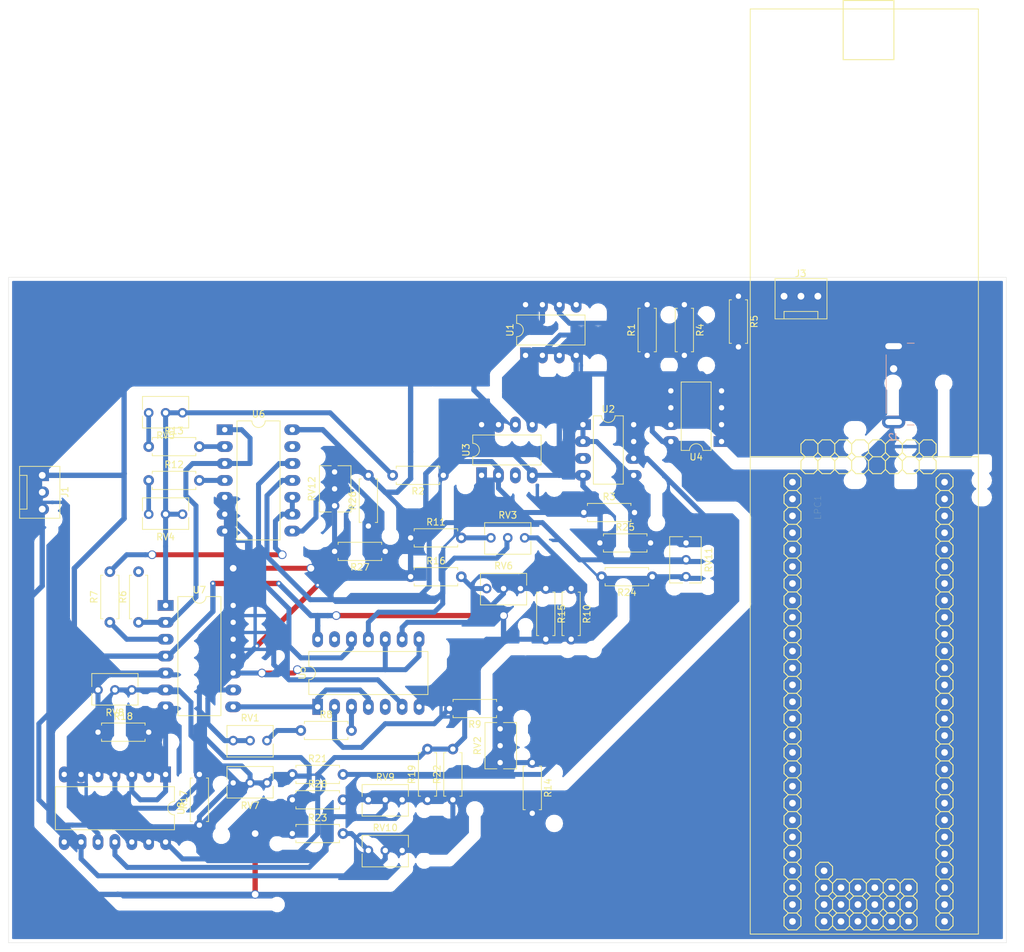
<source format=kicad_pcb>
(kicad_pcb (version 20171130) (host pcbnew "(5.0.2)-1")
  (layers (0 F.Cu signal) (31 B.Cu signal) (34 B.Paste user) (35 F.Paste user) (36 B.SilkS user) (37 F.SilkS user) (38 B.Mask user) (39 F.Mask user) (44 Edge.Cuts user))
  (net 0 "")
  (net 1 +5V)
  (net 2 -5V)
  (net 3 "Net-(J3-Pad3)")
  (net 4 "Net-(J3-Pad2)")
  (net 5 "Net-(J3-Pad1)")
  (net 6 "Net-(R1-Pad1)")
  (net 7 "Net-(R2-Pad1)")
  (net 8 "Net-(R3-Pad2)")
  (net 9 "Net-(R4-Pad1)")
  (net 10 "Net-(R6-Pad1)")
  (net 11 "Net-(R7-Pad1)")
  (net 12 "Net-(R8-Pad1)")
  (net 13 "Net-(R8-Pad2)")
  (net 14 "Net-(R9-Pad2)")
  (net 15 "Net-(R9-Pad1)")
  (net 16 "Net-(R10-Pad1)")
  (net 17 "Net-(R11-Pad2)")
  (net 18 "Net-(R12-Pad1)")
  (net 19 "Net-(R12-Pad2)")
  (net 20 "Net-(R13-Pad2)")
  (net 21 "Net-(R13-Pad1)")
  (net 22 "Net-(R14-Pad1)")
  (net 23 "Net-(R15-Pad1)")
  (net 24 "Net-(R16-Pad2)")
  (net 25 "Net-(R17-Pad2)")
  (net 26 "Net-(R17-Pad1)")
  (net 27 "Net-(R18-Pad1)")
  (net 28 "Net-(R18-Pad2)")
  (net 29 "Net-(R19-Pad1)")
  (net 30 "Net-(R20-Pad2)")
  (net 31 "Net-(R21-Pad1)")
  (net 32 "Net-(R22-Pad1)")
  (net 33 "Net-(R23-Pad2)")
  (net 34 "Net-(RV3-Pad2)")
  (net 35 "Net-(RV6-Pad2)")
  (net 36 "Net-(RV9-Pad2)")
  (net 37 "Net-(RV10-Pad2)")
  (net 38 /salida_dac/VIN)
  (net 39 /salida_dac/I_IN)
  (net 40 /salida_dac/V_IN)
  (net 41 GND)
  (net 42 "Net-(U5-Pad10)")
  (net 43 "Net-(U7-Pad5)")
  (net 44 "Net-(R7-Pad2)")
  (net 45 "Net-(R24-Pad1)")
  (net 46 "Net-(R25-Pad2)")
  (net 47 "Net-(R26-Pad1)")
  (net 48 "Net-(R27-Pad2)")
  (net 49 "Net-(RV11-Pad2)")
  (net 50 "Net-(RV12-Pad2)")
  (net 51 /salida_dac/OFF_I_2)
  (net 52 /salida_dac/OFF_I_1)
  (net 53 "Net-(J2-Pad2)")
  (net 54 "Net-(J2-Pad3)")
  (net 55 "Net-(J2-Pad5)")
  (net 56 /LPC/DAC)
  (net 57 /LPC/ADC0)
  (net 58 /LPC/P0.2)
  (net 59 /LPC/P0.3)
  (net 60 /LPC/P2.2)
  (net 61 /LPC/P2.1)
  (net 62 /LPC/ADC1)
  (net 63 /LPC/P2.5)
  (net 64 /salida_dac/OFF_V_2)
  (net 65 /salida_dac/OFF_V_1)
  (net 66 /LPC/P2.6)
  (module Connector:FanPinHeader_1x03_P2.54mm_Vertical (layer F.Cu) (at 655.066 32.258 270)
    (fp_text reference J1 (at 2.5 -3.4 270) (layer F.SilkS))
    (fp_text value Conn_01x03_Female)
    (pad 1 thru_hole rect (at 0 0) (size 2.03 1.73) (drill 1.02) (layers *.Cu *.Mask) (net 1 +5V))
    (pad 2 thru_hole oval (at 2.54 0) (size 2.03 1.73) (drill 1.02) (layers *.Cu *.Mask) (net 41 GND))
    (pad 3 thru_hole oval (at 5.08 0) (size 2.03 1.73) (drill 1.02) (layers *.Cu *.Mask) (net 2 -5V))
  )
  (module Resistor_THT:R_Axial_DIN0207_L6.3mm_D2.5mm_P7.62mm_Horizontal (layer F.Cu) (at 669.544 54.356 90)
    (fp_text reference R6 (at 3.81 -2.37 90) (layer F.SilkS))
    (fp_text value R)
    (pad 2 thru_hole oval (at 7.62 0 90) (size 1.6 1.6) (drill 0.8) (layers *.Cu *.Mask) (net 56 /LPC/DAC))
    (pad 1 thru_hole circle (at 0 0 90) (size 1.6 1.6) (drill 0.8) (layers *.Cu *.Mask) (net 10 "Net-(R6-Pad1)"))
  )
  (module Resistor_THT:R_Axial_DIN0207_L6.3mm_D2.5mm_P7.62mm_Horizontal (layer F.Cu) (at 665.226 54.356 90)
    (fp_text reference R7 (at 3.81 -2.37 90) (layer F.SilkS))
    (fp_text value R)
    (pad 2 thru_hole oval (at 7.62 0 90) (size 1.6 1.6) (drill 0.8) (layers *.Cu *.Mask) (net 44 "Net-(R7-Pad2)"))
    (pad 1 thru_hole circle (at 0 0 90) (size 1.6 1.6) (drill 0.8) (layers *.Cu *.Mask) (net 11 "Net-(R7-Pad1)"))
  )
  (module Resistor_THT:R_Axial_DIN0207_L6.3mm_D2.5mm_P7.62mm_Horizontal (layer F.Cu) (at 723.9 67.31 180)
    (fp_text reference R9 (at 3.81 -2.37 180) (layer F.SilkS))
    (fp_text value R)
    (pad 2 thru_hole oval (at 7.62 0 180) (size 1.6 1.6) (drill 0.8) (layers *.Cu *.Mask) (net 14 "Net-(R9-Pad2)"))
    (pad 1 thru_hole circle (at 0 0 180) (size 1.6 1.6) (drill 0.8) (layers *.Cu *.Mask) (net 15 "Net-(R9-Pad1)"))
  )
  (module Resistor_THT:R_Axial_DIN0207_L6.3mm_D2.5mm_P7.62mm_Horizontal (layer F.Cu) (at 734.568 49.276 270)
    (fp_text reference R10 (at 3.81 -2.37 270) (layer F.SilkS))
    (fp_text value R)
    (pad 2 thru_hole oval (at 7.62 0 270) (size 1.6 1.6) (drill 0.8) (layers *.Cu *.Mask) (net 1 +5V))
    (pad 1 thru_hole circle (at 0 0 270) (size 1.6 1.6) (drill 0.8) (layers *.Cu *.Mask) (net 16 "Net-(R10-Pad1)"))
  )
  (module Resistor_THT:R_Axial_DIN0207_L6.3mm_D2.5mm_P7.62mm_Horizontal (layer F.Cu) (at 671.068 27.94)
    (fp_text reference R13 (at 3.81 -2.37) (layer F.SilkS))
    (fp_text value R)
    (pad 2 thru_hole oval (at 7.62 0) (size 1.6 1.6) (drill 0.8) (layers *.Cu *.Mask) (net 20 "Net-(R13-Pad2)"))
    (pad 1 thru_hole circle (at 0 0) (size 1.6 1.6) (drill 0.8) (layers *.Cu *.Mask) (net 21 "Net-(R13-Pad1)"))
  )
  (module Resistor_THT:R_Axial_DIN0207_L6.3mm_D2.5mm_P7.62mm_Horizontal (layer F.Cu) (at 671.068 33.02)
    (fp_text reference R12 (at 3.81 -2.37) (layer F.SilkS))
    (fp_text value R)
    (pad 1 thru_hole circle (at 0 0) (size 1.6 1.6) (drill 0.8) (layers *.Cu *.Mask) (net 18 "Net-(R12-Pad1)"))
    (pad 2 thru_hole oval (at 7.62 0) (size 1.6 1.6) (drill 0.8) (layers *.Cu *.Mask) (net 19 "Net-(R12-Pad2)"))
  )
  (module Resistor_THT:R_Axial_DIN0207_L6.3mm_D2.5mm_P7.62mm_Horizontal (layer F.Cu) (at 728.726 75.438 270)
    (fp_text reference R14 (at 3.81 -2.37 270) (layer F.SilkS))
    (fp_text value R)
    (pad 1 thru_hole circle (at 0 0 270) (size 1.6 1.6) (drill 0.8) (layers *.Cu *.Mask) (net 22 "Net-(R14-Pad1)"))
    (pad 2 thru_hole oval (at 7.62 0 270) (size 1.6 1.6) (drill 0.8) (layers *.Cu *.Mask) (net 39 /salida_dac/I_IN))
  )
  (module Resistor_THT:R_Axial_DIN0207_L6.3mm_D2.5mm_P7.62mm_Horizontal (layer F.Cu) (at 730.758 49.276 270)
    (fp_text reference R15 (at 3.81 -2.37 270) (layer F.SilkS))
    (fp_text value R)
    (pad 2 thru_hole oval (at 7.62 0 270) (size 1.6 1.6) (drill 0.8) (layers *.Cu *.Mask) (net 1 +5V))
    (pad 1 thru_hole circle (at 0 0 270) (size 1.6 1.6) (drill 0.8) (layers *.Cu *.Mask) (net 23 "Net-(R15-Pad1)"))
  )
  (module Resistor_THT:R_Axial_DIN0207_L6.3mm_D2.5mm_P7.62mm_Horizontal (layer F.Cu) (at 710.438 47.498)
    (fp_text reference R16 (at 3.81 -2.37) (layer F.SilkS))
    (fp_text value R)
    (pad 1 thru_hole circle (at 0 0) (size 1.6 1.6) (drill 0.8) (layers *.Cu *.Mask) (net 2 -5V))
    (pad 2 thru_hole oval (at 7.62 0) (size 1.6 1.6) (drill 0.8) (layers *.Cu *.Mask) (net 24 "Net-(R16-Pad2)"))
  )
  (module Resistor_THT:R_Axial_DIN0207_L6.3mm_D2.5mm_P7.62mm_Horizontal (layer F.Cu) (at 678.688 84.836 90)
    (fp_text reference R17 (at 3.81 -2.37 90) (layer F.SilkS))
    (fp_text value R)
    (pad 1 thru_hole circle (at 0 0 90) (size 1.6 1.6) (drill 0.8) (layers *.Cu *.Mask) (net 26 "Net-(R17-Pad1)"))
    (pad 2 thru_hole oval (at 7.62 0 90) (size 1.6 1.6) (drill 0.8) (layers *.Cu *.Mask) (net 25 "Net-(R17-Pad2)"))
  )
  (module Resistor_THT:R_Axial_DIN0207_L6.3mm_D2.5mm_P7.62mm_Horizontal (layer F.Cu) (at 663.448 70.866)
    (fp_text reference R18 (at 3.81 -2.37) (layer F.SilkS))
    (fp_text value R)
    (pad 2 thru_hole oval (at 7.62 0) (size 1.6 1.6) (drill 0.8) (layers *.Cu *.Mask) (net 28 "Net-(R18-Pad2)"))
    (pad 1 thru_hole circle (at 0 0) (size 1.6 1.6) (drill 0.8) (layers *.Cu *.Mask) (net 27 "Net-(R18-Pad1)"))
  )
  (module Resistor_THT:R_Axial_DIN0207_L6.3mm_D2.5mm_P7.62mm_Horizontal (layer F.Cu) (at 712.978 81.026 90)
    (fp_text reference R19 (at 3.81 -2.37 90) (layer F.SilkS))
    (fp_text value R)
    (pad 2 thru_hole oval (at 7.62 0 90) (size 1.6 1.6) (drill 0.8) (layers *.Cu *.Mask) (net 1 +5V))
    (pad 1 thru_hole circle (at 0 0 90) (size 1.6 1.6) (drill 0.8) (layers *.Cu *.Mask) (net 29 "Net-(R19-Pad1)"))
  )
  (module Resistor_THT:R_Axial_DIN0207_L6.3mm_D2.5mm_P7.62mm_Horizontal (layer F.Cu) (at 692.658 77.216)
    (fp_text reference R21 (at 3.81 -2.37) (layer F.SilkS))
    (fp_text value R)
    (pad 1 thru_hole circle (at 0 0) (size 1.6 1.6) (drill 0.8) (layers *.Cu *.Mask) (net 31 "Net-(R21-Pad1)"))
    (pad 2 thru_hole oval (at 7.62 0) (size 1.6 1.6) (drill 0.8) (layers *.Cu *.Mask) (net 40 /salida_dac/V_IN))
  )
  (module Resistor_THT:R_Axial_DIN0207_L6.3mm_D2.5mm_P7.62mm_Horizontal (layer F.Cu) (at 693.928 70.612)
    (fp_text reference R8 (at 3.81 -2.37) (layer F.SilkS))
    (fp_text value R)
    (pad 1 thru_hole circle (at 0 0) (size 1.6 1.6) (drill 0.8) (layers *.Cu *.Mask) (net 12 "Net-(R8-Pad1)"))
    (pad 2 thru_hole oval (at 7.62 0) (size 1.6 1.6) (drill 0.8) (layers *.Cu *.Mask) (net 13 "Net-(R8-Pad2)"))
  )
  (module Resistor_THT:R_Axial_DIN0207_L6.3mm_D2.5mm_P7.62mm_Horizontal (layer F.Cu) (at 716.788 81.026 90)
    (fp_text reference R22 (at 3.81 -2.37 90) (layer F.SilkS))
    (fp_text value R)
    (pad 2 thru_hole oval (at 7.62 0 90) (size 1.6 1.6) (drill 0.8) (layers *.Cu *.Mask) (net 1 +5V))
    (pad 1 thru_hole circle (at 0 0 90) (size 1.6 1.6) (drill 0.8) (layers *.Cu *.Mask) (net 32 "Net-(R22-Pad1)"))
  )
  (module Resistor_THT:R_Axial_DIN0207_L6.3mm_D2.5mm_P7.62mm_Horizontal (layer F.Cu) (at 692.658 86.106)
    (fp_text reference R23 (at 3.81 -2.37) (layer F.SilkS))
    (fp_text value R)
    (pad 1 thru_hole circle (at 0 0) (size 1.6 1.6) (drill 0.8) (layers *.Cu *.Mask) (net 2 -5V))
    (pad 2 thru_hole oval (at 7.62 0) (size 1.6 1.6) (drill 0.8) (layers *.Cu *.Mask) (net 33 "Net-(R23-Pad2)"))
  )
  (module Potentiometer_THT:Potentiometer_Bourns_3266Y_Vertical (layer F.Cu) (at 688.848 72.136)
    (fp_text reference RV1 (at -2.54 -3.41) (layer F.SilkS))
    (fp_text value R_POT)
    (pad 1 thru_hole circle (at 0 0) (size 1.44 1.44) (drill 0.8) (layers *.Cu *.Mask) (net 12 "Net-(R8-Pad1)"))
    (pad 2 thru_hole circle (at -2.54 0) (size 1.44 1.44) (drill 0.8) (layers *.Cu *.Mask) (net 22 "Net-(R14-Pad1)"))
    (pad 3 thru_hole circle (at -5.08 0) (size 1.44 1.44) (drill 0.8) (layers *.Cu *.Mask) (net 22 "Net-(R14-Pad1)"))
  )
  (module Resistor_THT:R_Axial_DIN0207_L6.3mm_D2.5mm_P7.62mm_Horizontal (layer F.Cu) (at 710.438 41.656)
    (fp_text reference R11 (at 3.81 -2.37) (layer F.SilkS))
    (fp_text value R)
    (pad 1 thru_hole circle (at 0 0) (size 1.6 1.6) (drill 0.8) (layers *.Cu *.Mask) (net 2 -5V))
    (pad 2 thru_hole oval (at 7.62 0) (size 1.6 1.6) (drill 0.8) (layers *.Cu *.Mask) (net 17 "Net-(R11-Pad2)"))
  )
  (module Resistor_THT:R_Axial_DIN0207_L6.3mm_D2.5mm_P7.62mm_Horizontal (layer F.Cu) (at 692.658 81.026)
    (fp_text reference R20 (at 3.81 -2.37) (layer F.SilkS))
    (fp_text value R)
    (pad 1 thru_hole circle (at 0 0) (size 1.6 1.6) (drill 0.8) (layers *.Cu *.Mask) (net 2 -5V))
    (pad 2 thru_hole oval (at 7.62 0) (size 1.6 1.6) (drill 0.8) (layers *.Cu *.Mask) (net 30 "Net-(R20-Pad2)"))
  )
  (module Potentiometer_THT:Potentiometer_Bourns_3266Y_Vertical (layer F.Cu) (at 723.9 70.358 90)
    (fp_text reference RV2 (at -2.54 -3.41 90) (layer F.SilkS))
    (fp_text value R_POT)
    (pad 3 thru_hole circle (at -5.08 0 90) (size 1.44 1.44) (drill 0.8) (layers *.Cu *.Mask) (net 22 "Net-(R14-Pad1)"))
    (pad 2 thru_hole circle (at -2.54 0 90) (size 1.44 1.44) (drill 0.8) (layers *.Cu *.Mask) (net 22 "Net-(R14-Pad1)"))
    (pad 1 thru_hole circle (at 0 0 90) (size 1.44 1.44) (drill 0.8) (layers *.Cu *.Mask) (net 15 "Net-(R9-Pad1)"))
  )
  (module Potentiometer_THT:Potentiometer_Bourns_3266Y_Vertical (layer F.Cu) (at 671.068 38.1 180)
    (fp_text reference RV4 (at -2.54 -3.41 180) (layer F.SilkS))
    (fp_text value R_POT)
    (pad 3 thru_hole circle (at -5.08 0 180) (size 1.44 1.44) (drill 0.8) (layers *.Cu *.Mask) (net 38 /salida_dac/VIN))
    (pad 2 thru_hole circle (at -2.54 0 180) (size 1.44 1.44) (drill 0.8) (layers *.Cu *.Mask) (net 38 /salida_dac/VIN))
    (pad 1 thru_hole circle (at 0 0 180) (size 1.44 1.44) (drill 0.8) (layers *.Cu *.Mask) (net 18 "Net-(R12-Pad1)"))
  )
  (module Potentiometer_THT:Potentiometer_Bourns_3266Y_Vertical (layer F.Cu) (at 663.448 64.516 180)
    (fp_text reference RV8 (at -2.54 -3.41 180) (layer F.SilkS))
    (fp_text value R_POT)
    (pad 3 thru_hole circle (at -5.08 0 180) (size 1.44 1.44) (drill 0.8) (layers *.Cu *.Mask) (net 31 "Net-(R21-Pad1)"))
    (pad 2 thru_hole circle (at -2.54 0 180) (size 1.44 1.44) (drill 0.8) (layers *.Cu *.Mask) (net 31 "Net-(R21-Pad1)"))
    (pad 1 thru_hole circle (at 0 0 180) (size 1.44 1.44) (drill 0.8) (layers *.Cu *.Mask) (net 27 "Net-(R18-Pad1)"))
  )
  (module Potentiometer_THT:Potentiometer_Bourns_3266Y_Vertical (layer F.Cu) (at 683.768 78.486 180)
    (fp_text reference RV7 (at -2.54 -3.41 180) (layer F.SilkS))
    (fp_text value R_POT)
    (pad 1 thru_hole circle (at 0 0 180) (size 1.44 1.44) (drill 0.8) (layers *.Cu *.Mask) (net 26 "Net-(R17-Pad1)"))
    (pad 2 thru_hole circle (at -2.54 0 180) (size 1.44 1.44) (drill 0.8) (layers *.Cu *.Mask) (net 31 "Net-(R21-Pad1)"))
    (pad 3 thru_hole circle (at -5.08 0 180) (size 1.44 1.44) (drill 0.8) (layers *.Cu *.Mask) (net 31 "Net-(R21-Pad1)"))
  )
  (module Potentiometer_THT:Potentiometer_Bourns_3266Y_Vertical (layer F.Cu) (at 709.168 81.026)
    (fp_text reference RV9 (at -2.54 -3.41) (layer F.SilkS))
    (fp_text value R_POT)
    (pad 3 thru_hole circle (at -5.08 0) (size 1.44 1.44) (drill 0.8) (layers *.Cu *.Mask) (net 30 "Net-(R20-Pad2)"))
    (pad 2 thru_hole circle (at -2.54 0) (size 1.44 1.44) (drill 0.8) (layers *.Cu *.Mask) (net 36 "Net-(RV9-Pad2)"))
    (pad 1 thru_hole circle (at 0 0) (size 1.44 1.44) (drill 0.8) (layers *.Cu *.Mask) (net 29 "Net-(R19-Pad1)"))
  )
  (module Potentiometer_THT:Potentiometer_Bourns_3266Y_Vertical (layer F.Cu) (at 709.168 88.646)
    (fp_text reference RV10 (at -2.54 -3.41) (layer F.SilkS))
    (fp_text value R_POT)
    (pad 1 thru_hole circle (at 0 0) (size 1.44 1.44) (drill 0.8) (layers *.Cu *.Mask) (net 32 "Net-(R22-Pad1)"))
    (pad 2 thru_hole circle (at -2.54 0) (size 1.44 1.44) (drill 0.8) (layers *.Cu *.Mask) (net 37 "Net-(RV10-Pad2)"))
    (pad 3 thru_hole circle (at -5.08 0) (size 1.44 1.44) (drill 0.8) (layers *.Cu *.Mask) (net 33 "Net-(R23-Pad2)"))
  )
  (module Potentiometer_THT:Potentiometer_Bourns_3266Y_Vertical (layer F.Cu) (at 727.583 41.656)
    (fp_text reference RV3 (at -2.54 -3.41) (layer F.SilkS))
    (fp_text value R_POT)
    (pad 1 thru_hole circle (at 0 0) (size 1.44 1.44) (drill 0.8) (layers *.Cu *.Mask) (net 16 "Net-(R10-Pad1)"))
    (pad 2 thru_hole circle (at -2.54 0) (size 1.44 1.44) (drill 0.8) (layers *.Cu *.Mask) (net 34 "Net-(RV3-Pad2)"))
    (pad 3 thru_hole circle (at -5.08 0) (size 1.44 1.44) (drill 0.8) (layers *.Cu *.Mask) (net 17 "Net-(R11-Pad2)"))
  )
  (module Potentiometer_THT:Potentiometer_Bourns_3266Y_Vertical (layer F.Cu) (at 671.068 22.86 180)
    (fp_text reference RV5 (at -2.54 -3.41 180) (layer F.SilkS))
    (fp_text value R_POT)
    (pad 1 thru_hole circle (at 0 0 180) (size 1.44 1.44) (drill 0.8) (layers *.Cu *.Mask) (net 21 "Net-(R13-Pad1)"))
    (pad 2 thru_hole circle (at -2.54 0 180) (size 1.44 1.44) (drill 0.8) (layers *.Cu *.Mask) (net 38 /salida_dac/VIN))
    (pad 3 thru_hole circle (at -5.08 0 180) (size 1.44 1.44) (drill 0.8) (layers *.Cu *.Mask) (net 38 /salida_dac/VIN))
  )
  (module Potentiometer_THT:Potentiometer_Bourns_3266Y_Vertical (layer F.Cu) (at 726.948 49.276)
    (fp_text reference RV6 (at -2.54 -3.41) (layer F.SilkS))
    (fp_text value R_POT)
    (pad 3 thru_hole circle (at -5.08 0) (size 1.44 1.44) (drill 0.8) (layers *.Cu *.Mask) (net 24 "Net-(R16-Pad2)"))
    (pad 2 thru_hole circle (at -2.54 0) (size 1.44 1.44) (drill 0.8) (layers *.Cu *.Mask) (net 35 "Net-(RV6-Pad2)"))
    (pad 1 thru_hole circle (at 0 0) (size 1.44 1.44) (drill 0.8) (layers *.Cu *.Mask) (net 23 "Net-(R15-Pad1)"))
  )
  (module Resistor_THT:R_Axial_DIN0207_L6.3mm_D2.5mm_P7.62mm_Horizontal (layer F.Cu) (at 759.714 5.334 270)
    (fp_text reference R5 (at 3.81 -2.37 90) (layer F.SilkS))
    (fp_text value R)
    (pad 2 thru_hole oval (at 7.62 0 270) (size 1.6 1.6) (drill 0.8) (layers *.Cu *.Mask) (net 9 "Net-(R4-Pad1)"))
    (pad 1 thru_hole circle (at 0 0 270) (size 1.6 1.6) (drill 0.8) (layers *.Cu *.Mask) (net 5 "Net-(J3-Pad1)"))
  )
  (module Package_DIP:DIP-8_W7.62mm_LongPads (layer F.Cu) (at 727.71 14.224 90)
    (fp_text reference U1 (at 3.81 -2.33 90) (layer F.SilkS))
    (fp_text value OP77)
    (pad 1 thru_hole rect (at 0 0 90) (size 2.4 1.6) (drill 0.8) (layers *.Cu *.Mask))
    (pad 5 thru_hole oval (at 7.62 7.62 90) (size 2.4 1.6) (drill 0.8) (layers *.Cu *.Mask))
    (pad 2 thru_hole oval (at 0 2.54 90) (size 2.4 1.6) (drill 0.8) (layers *.Cu *.Mask) (net 6 "Net-(R1-Pad1)"))
    (pad 6 thru_hole oval (at 7.62 5.08 90) (size 2.4 1.6) (drill 0.8) (layers *.Cu *.Mask) (net 39 /salida_dac/I_IN))
    (pad 3 thru_hole oval (at 0 5.08 90) (size 2.4 1.6) (drill 0.8) (layers *.Cu *.Mask) (net 41 GND))
    (pad 7 thru_hole oval (at 7.62 2.54 90) (size 2.4 1.6) (drill 0.8) (layers *.Cu *.Mask) (net 1 +5V))
    (pad 4 thru_hole oval (at 0 7.62 90) (size 2.4 1.6) (drill 0.8) (layers *.Cu *.Mask) (net 2 -5V))
    (pad 8 thru_hole oval (at 7.62 0 90) (size 2.4 1.6) (drill 0.8) (layers *.Cu *.Mask))
  )
  (module Resistor_THT:R_Axial_DIN0207_L6.3mm_D2.5mm_P7.62mm_Horizontal (layer F.Cu) (at 736.473 37.846)
    (fp_text reference R3 (at 3.81 -2.37) (layer F.SilkS))
    (fp_text value 100k)
    (pad 1 thru_hole circle (at 0 0) (size 1.6 1.6) (drill 0.8) (layers *.Cu *.Mask) (net 7 "Net-(R2-Pad1)"))
    (pad 2 thru_hole oval (at 7.62 0) (size 1.6 1.6) (drill 0.8) (layers *.Cu *.Mask) (net 8 "Net-(R3-Pad2)"))
  )
  (module Resistor_THT:R_Axial_DIN0207_L6.3mm_D2.5mm_P7.62mm_Horizontal (layer F.Cu) (at 715.358 32.258 180)
    (fp_text reference R2 (at 3.81 -2.37 180) (layer F.SilkS))
    (fp_text value 100k)
    (pad 1 thru_hole circle (at 0 0 180) (size 1.6 1.6) (drill 0.8) (layers *.Cu *.Mask) (net 7 "Net-(R2-Pad1)"))
    (pad 2 thru_hole oval (at 7.62 0 180) (size 1.6 1.6) (drill 0.8) (layers *.Cu *.Mask) (net 38 /salida_dac/VIN))
  )
  (module Connector:FanPinHeader_1x03_P2.54mm_Vertical (layer F.Cu) (at 766.572 5.334)
    (fp_text reference J3 (at 2.5 -3.4 -180) (layer F.SilkS))
    (fp_text value Conn_01x03_Male)
    (pad 3 thru_hole oval (at 5.08 0 90) (size 2.03 1.73) (drill 1.02) (layers *.Cu *.Mask) (net 3 "Net-(J3-Pad3)"))
    (pad 2 thru_hole oval (at 2.54 0 90) (size 2.03 1.73) (drill 1.02) (layers *.Cu *.Mask) (net 4 "Net-(J3-Pad2)"))
    (pad 1 thru_hole rect (at 0 0 90) (size 2.03 1.73) (drill 1.02) (layers *.Cu *.Mask) (net 5 "Net-(J3-Pad1)"))
  )
  (module Resistor_THT:R_Axial_DIN0207_L6.3mm_D2.5mm_P7.62mm_Horizontal (layer F.Cu) (at 745.998 14.224 90)
    (fp_text reference R1 (at 3.81 -2.37 90) (layer F.SilkS))
    (fp_text value R)
    (pad 1 thru_hole circle (at 0 0 90) (size 1.6 1.6) (drill 0.8) (layers *.Cu *.Mask) (net 6 "Net-(R1-Pad1)"))
    (pad 2 thru_hole oval (at 7.62 0 90) (size 1.6 1.6) (drill 0.8) (layers *.Cu *.Mask) (net 39 /salida_dac/I_IN))
  )
  (module Resistor_THT:R_Axial_DIN0207_L6.3mm_D2.5mm_P7.62mm_Horizontal (layer F.Cu) (at 751.586 6.604 270)
    (fp_text reference R4 (at 3.81 -2.37 90) (layer F.SilkS))
    (fp_text value R)
    (pad 2 thru_hole oval (at 7.62 0 270) (size 1.6 1.6) (drill 0.8) (layers *.Cu *.Mask) (net 6 "Net-(R1-Pad1)"))
    (pad 1 thru_hole circle (at 0 0 270) (size 1.6 1.6) (drill 0.8) (layers *.Cu *.Mask) (net 9 "Net-(R4-Pad1)"))
  )
  (module Package_DIP:DIP-8_W7.62mm_LongPads (layer F.Cu) (at 721.106 32.258 90)
    (fp_text reference U3 (at 3.81 -2.33 90) (layer F.SilkS))
    (fp_text value OP77)
    (pad 8 thru_hole oval (at 7.62 0 90) (size 2.4 1.6) (drill 0.8) (layers *.Cu *.Mask))
    (pad 4 thru_hole oval (at 0 7.62 90) (size 2.4 1.6) (drill 0.8) (layers *.Cu *.Mask) (net 2 -5V))
    (pad 7 thru_hole oval (at 7.62 2.54 90) (size 2.4 1.6) (drill 0.8) (layers *.Cu *.Mask) (net 1 +5V))
    (pad 3 thru_hole oval (at 0 5.08 90) (size 2.4 1.6) (drill 0.8) (layers *.Cu *.Mask) (net 41 GND))
    (pad 6 thru_hole oval (at 7.62 5.08 90) (size 2.4 1.6) (drill 0.8) (layers *.Cu *.Mask) (net 3 "Net-(J3-Pad3)"))
    (pad 2 thru_hole oval (at 0 2.54 90) (size 2.4 1.6) (drill 0.8) (layers *.Cu *.Mask) (net 7 "Net-(R2-Pad1)"))
    (pad 5 thru_hole oval (at 7.62 7.62 90) (size 2.4 1.6) (drill 0.8) (layers *.Cu *.Mask))
    (pad 1 thru_hole rect (at 0 0 90) (size 2.4 1.6) (drill 0.8) (layers *.Cu *.Mask))
  )
  (module Package_DIP:DIP-8_W7.62mm_LongPads (layer F.Cu) (at 757.174 27.178 180)
    (fp_text reference U4 (at 3.81 -2.33) (layer F.SilkS))
    (fp_text value OP77)
    (pad 8 thru_hole oval (at 7.62 0 180) (size 2.4 1.6) (drill 0.8) (layers *.Cu *.Mask))
    (pad 4 thru_hole oval (at 0 7.62 180) (size 2.4 1.6) (drill 0.8) (layers *.Cu *.Mask) (net 2 -5V))
    (pad 7 thru_hole oval (at 7.62 2.54 180) (size 2.4 1.6) (drill 0.8) (layers *.Cu *.Mask) (net 1 +5V))
    (pad 3 thru_hole oval (at 0 5.08 180) (size 2.4 1.6) (drill 0.8) (layers *.Cu *.Mask) (net 41 GND))
    (pad 6 thru_hole oval (at 7.62 5.08 180) (size 2.4 1.6) (drill 0.8) (layers *.Cu *.Mask) (net 9 "Net-(R4-Pad1)"))
    (pad 2 thru_hole oval (at 0 2.54 180) (size 2.4 1.6) (drill 0.8) (layers *.Cu *.Mask) (net 5 "Net-(J3-Pad1)"))
    (pad 5 thru_hole oval (at 7.62 7.62 180) (size 2.4 1.6) (drill 0.8) (layers *.Cu *.Mask))
    (pad 1 thru_hole rect (at 0 0 180) (size 2.4 1.6) (drill 0.8) (layers *.Cu *.Mask))
  )
  (module Package_DIP:DIP-8_W7.62mm_LongPads (layer F.Cu) (at 736.346 24.638)
    (fp_text reference U2 (at 3.81 -2.33) (layer F.SilkS))
    (fp_text value TL082)
    (pad 8 thru_hole oval (at 7.62 0) (size 2.4 1.6) (drill 0.8) (layers *.Cu *.Mask) (net 1 +5V))
    (pad 4 thru_hole oval (at 0 7.62) (size 2.4 1.6) (drill 0.8) (layers *.Cu *.Mask) (net 2 -5V))
    (pad 7 thru_hole oval (at 7.62 2.54) (size 2.4 1.6) (drill 0.8) (layers *.Cu *.Mask) (net 40 /salida_dac/V_IN))
    (pad 3 thru_hole oval (at 0 5.08) (size 2.4 1.6) (drill 0.8) (layers *.Cu *.Mask) (net 4 "Net-(J3-Pad2)"))
    (pad 6 thru_hole oval (at 7.62 5.08) (size 2.4 1.6) (drill 0.8) (layers *.Cu *.Mask) (net 40 /salida_dac/V_IN))
    (pad 2 thru_hole oval (at 0 2.54) (size 2.4 1.6) (drill 0.8) (layers *.Cu *.Mask) (net 8 "Net-(R3-Pad2)"))
    (pad 5 thru_hole oval (at 7.62 7.62) (size 2.4 1.6) (drill 0.8) (layers *.Cu *.Mask) (net 8 "Net-(R3-Pad2)"))
    (pad 1 thru_hole rect (at 0 0) (size 2.4 1.6) (drill 0.8) (layers *.Cu *.Mask) (net 8 "Net-(R3-Pad2)"))
  )
  (module Package_DIP:DIP-14_W10.16mm_LongPads (layer F.Cu) (at 673.608 51.816)
    (fp_text reference U7 (at 5.08 -2.33) (layer F.SilkS))
    (fp_text value TL064)
    (pad 1 thru_hole rect (at 0 0) (size 2.4 1.6) (drill 0.8) (layers *.Cu *.Mask) (net 38 /salida_dac/VIN))
    (pad 8 thru_hole oval (at 10.16 15.24) (size 2.4 1.6) (drill 0.8) (layers *.Cu *.Mask) (net 57 /LPC/ADC0))
    (pad 2 thru_hole oval (at 0 2.54) (size 2.4 1.6) (drill 0.8) (layers *.Cu *.Mask) (net 10 "Net-(R6-Pad1)"))
    (pad 9 thru_hole oval (at 10.16 12.7) (size 2.4 1.6) (drill 0.8) (layers *.Cu *.Mask) (net 22 "Net-(R14-Pad1)"))
    (pad 3 thru_hole oval (at 0 5.08) (size 2.4 1.6) (drill 0.8) (layers *.Cu *.Mask) (net 11 "Net-(R7-Pad1)"))
    (pad 10 thru_hole oval (at 10.16 10.16) (size 2.4 1.6) (drill 0.8) (layers *.Cu *.Mask) (net 42 "Net-(U5-Pad10)"))
    (pad 4 thru_hole oval (at 0 7.62) (size 2.4 1.6) (drill 0.8) (layers *.Cu *.Mask) (net 1 +5V))
    (pad 11 thru_hole oval (at 10.16 7.62) (size 2.4 1.6) (drill 0.8) (layers *.Cu *.Mask) (net 2 -5V))
    (pad 5 thru_hole oval (at 0 10.16) (size 2.4 1.6) (drill 0.8) (layers *.Cu *.Mask) (net 43 "Net-(U7-Pad5)"))
    (pad 12 thru_hole oval (at 10.16 5.08) (size 2.4 1.6) (drill 0.8) (layers *.Cu *.Mask) (net 41 GND))
    (pad 6 thru_hole oval (at 0 12.7) (size 2.4 1.6) (drill 0.8) (layers *.Cu *.Mask) (net 31 "Net-(R21-Pad1)"))
    (pad 13 thru_hole oval (at 10.16 2.54) (size 2.4 1.6) (drill 0.8) (layers *.Cu *.Mask) (net 41 GND))
    (pad 7 thru_hole oval (at 0 15.24) (size 2.4 1.6) (drill 0.8) (layers *.Cu *.Mask) (net 62 /LPC/ADC1))
    (pad 14 thru_hole oval (at 10.16 0) (size 2.4 1.6) (drill 0.8) (layers *.Cu *.Mask) (net 41 GND))
  )
  (module Package_DIP:DIP-14_W10.16mm_LongPads (layer F.Cu) (at 696.468 67.056 90)
    (fp_text reference U5 (at 5.08 -2.33 90) (layer F.SilkS))
    (fp_text value 4016)
    (pad 1 thru_hole rect (at 0 0 90) (size 2.4 1.6) (drill 0.8) (layers *.Cu *.Mask) (net 57 /LPC/ADC0))
    (pad 8 thru_hole oval (at 10.16 15.24 90) (size 2.4 1.6) (drill 0.8) (layers *.Cu *.Mask) (net 42 "Net-(U5-Pad10)"))
    (pad 2 thru_hole oval (at 0 2.54 90) (size 2.4 1.6) (drill 0.8) (layers *.Cu *.Mask) (net 14 "Net-(R9-Pad2)"))
    (pad 9 thru_hole oval (at 10.16 12.7 90) (size 2.4 1.6) (drill 0.8) (layers *.Cu *.Mask) (net 35 "Net-(RV6-Pad2)"))
    (pad 3 thru_hole oval (at 0 5.08 90) (size 2.4 1.6) (drill 0.8) (layers *.Cu *.Mask) (net 13 "Net-(R8-Pad2)"))
    (pad 10 thru_hole oval (at 10.16 10.16 90) (size 2.4 1.6) (drill 0.8) (layers *.Cu *.Mask) (net 42 "Net-(U5-Pad10)"))
    (pad 4 thru_hole oval (at 0 7.62 90) (size 2.4 1.6) (drill 0.8) (layers *.Cu *.Mask) (net 57 /LPC/ADC0))
    (pad 11 thru_hole oval (at 10.16 7.62 90) (size 2.4 1.6) (drill 0.8) (layers *.Cu *.Mask) (net 34 "Net-(RV3-Pad2)"))
    (pad 5 thru_hole oval (at 0 10.16 90) (size 2.4 1.6) (drill 0.8) (layers *.Cu *.Mask) (net 58 /LPC/P0.2))
    (pad 12 thru_hole oval (at 10.16 5.08 90) (size 2.4 1.6) (drill 0.8) (layers *.Cu *.Mask) (net 51 /salida_dac/OFF_I_2))
    (pad 6 thru_hole oval (at 0 12.7 90) (size 2.4 1.6) (drill 0.8) (layers *.Cu *.Mask) (net 52 /salida_dac/OFF_I_1))
    (pad 13 thru_hole oval (at 10.16 2.54 90) (size 2.4 1.6) (drill 0.8) (layers *.Cu *.Mask) (net 59 /LPC/P0.3))
    (pad 7 thru_hole oval (at 0 15.24 90) (size 2.4 1.6) (drill 0.8) (layers *.Cu *.Mask) (net 41 GND))
    (pad 14 thru_hole oval (at 10.16 0 90) (size 2.4 1.6) (drill 0.8) (layers *.Cu *.Mask) (net 1 +5V))
  )
  (module Package_DIP:DIP-14_W10.16mm_LongPads (layer F.Cu) (at 682.498 25.4)
    (fp_text reference U6 (at 5.08 -2.33) (layer F.SilkS))
    (fp_text value 4016)
    (pad 14 thru_hole oval (at 10.16 0) (size 2.4 1.6) (drill 0.8) (layers *.Cu *.Mask) (net 1 +5V))
    (pad 7 thru_hole oval (at 0 15.24) (size 2.4 1.6) (drill 0.8) (layers *.Cu *.Mask) (net 41 GND))
    (pad 13 thru_hole oval (at 10.16 2.54) (size 2.4 1.6) (drill 0.8) (layers *.Cu *.Mask) (net 60 /LPC/P2.2))
    (pad 6 thru_hole oval (at 0 12.7) (size 2.4 1.6) (drill 0.8) (layers *.Cu *.Mask) (net 52 /salida_dac/OFF_I_1))
    (pad 12 thru_hole oval (at 10.16 5.08) (size 2.4 1.6) (drill 0.8) (layers *.Cu *.Mask) (net 51 /salida_dac/OFF_I_2))
    (pad 5 thru_hole oval (at 0 10.16) (size 2.4 1.6) (drill 0.8) (layers *.Cu *.Mask) (net 61 /LPC/P2.1))
    (pad 11 thru_hole oval (at 10.16 7.62) (size 2.4 1.6) (drill 0.8) (layers *.Cu *.Mask) (net 49 "Net-(RV11-Pad2)"))
    (pad 4 thru_hole oval (at 0 7.62) (size 2.4 1.6) (drill 0.8) (layers *.Cu *.Mask) (net 19 "Net-(R12-Pad2)"))
    (pad 10 thru_hole oval (at 10.16 10.16) (size 2.4 1.6) (drill 0.8) (layers *.Cu *.Mask) (net 44 "Net-(R7-Pad2)"))
    (pad 3 thru_hole oval (at 0 5.08) (size 2.4 1.6) (drill 0.8) (layers *.Cu *.Mask) (net 10 "Net-(R6-Pad1)"))
    (pad 9 thru_hole oval (at 10.16 12.7) (size 2.4 1.6) (drill 0.8) (layers *.Cu *.Mask) (net 44 "Net-(R7-Pad2)"))
    (pad 2 thru_hole oval (at 0 2.54) (size 2.4 1.6) (drill 0.8) (layers *.Cu *.Mask) (net 20 "Net-(R13-Pad2)"))
    (pad 8 thru_hole oval (at 10.16 15.24) (size 2.4 1.6) (drill 0.8) (layers *.Cu *.Mask) (net 50 "Net-(RV12-Pad2)"))
    (pad 1 thru_hole rect (at 0 0) (size 2.4 1.6) (drill 0.8) (layers *.Cu *.Mask) (net 10 "Net-(R6-Pad1)"))
  )
  (module Package_DIP:DIP-14_W10.16mm_LongPads (layer F.Cu) (at 673.608 77.216 270)
    (fp_text reference U8 (at 5.08 -2.33 270) (layer F.SilkS))
    (fp_text value 4016)
    (pad 1 thru_hole rect (at 0 0 270) (size 2.4 1.6) (drill 0.8) (layers *.Cu *.Mask) (net 62 /LPC/ADC1))
    (pad 8 thru_hole oval (at 10.16 15.24 270) (size 2.4 1.6) (drill 0.8) (layers *.Cu *.Mask) (net 43 "Net-(U7-Pad5)"))
    (pad 2 thru_hole oval (at 0 2.54 270) (size 2.4 1.6) (drill 0.8) (layers *.Cu *.Mask) (net 28 "Net-(R18-Pad2)"))
    (pad 9 thru_hole oval (at 10.16 12.7 270) (size 2.4 1.6) (drill 0.8) (layers *.Cu *.Mask) (net 37 "Net-(RV10-Pad2)"))
    (pad 3 thru_hole oval (at 0 5.08 270) (size 2.4 1.6) (drill 0.8) (layers *.Cu *.Mask) (net 62 /LPC/ADC1))
    (pad 10 thru_hole oval (at 10.16 10.16 270) (size 2.4 1.6) (drill 0.8) (layers *.Cu *.Mask) (net 43 "Net-(U7-Pad5)"))
    (pad 4 thru_hole oval (at 0 7.62 270) (size 2.4 1.6) (drill 0.8) (layers *.Cu *.Mask) (net 25 "Net-(R17-Pad2)"))
    (pad 11 thru_hole oval (at 10.16 7.62 270) (size 2.4 1.6) (drill 0.8) (layers *.Cu *.Mask) (net 36 "Net-(RV9-Pad2)"))
    (pad 5 thru_hole oval (at 0 10.16 270) (size 2.4 1.6) (drill 0.8) (layers *.Cu *.Mask) (net 63 /LPC/P2.5))
    (pad 12 thru_hole oval (at 10.16 5.08 270) (size 2.4 1.6) (drill 0.8) (layers *.Cu *.Mask) (net 64 /salida_dac/OFF_V_2))
    (pad 6 thru_hole oval (at 0 12.7 270) (size 2.4 1.6) (drill 0.8) (layers *.Cu *.Mask) (net 65 /salida_dac/OFF_V_1))
    (pad 13 thru_hole oval (at 10.16 2.54 270) (size 2.4 1.6) (drill 0.8) (layers *.Cu *.Mask) (net 66 /LPC/P2.6))
    (pad 7 thru_hole oval (at 0 15.24 270) (size 2.4 1.6) (drill 0.8) (layers *.Cu *.Mask) (net 41 GND))
    (pad 14 thru_hole oval (at 10.16 0 270) (size 2.4 1.6) (drill 0.8) (layers *.Cu *.Mask) (net 1 +5V))
  )
  (module Resistor_THT:R_Axial_DIN0207_L6.3mm_D2.5mm_P7.62mm_Horizontal (layer F.Cu) (at 746.76 47.498 180)
    (fp_text reference R24 (at 3.81 -2.37 180) (layer F.SilkS))
    (fp_text value R)
    (pad 1 thru_hole circle (at 0 0 180) (size 1.6 1.6) (drill 0.8) (layers *.Cu *.Mask) (net 45 "Net-(R24-Pad1)"))
    (pad 2 thru_hole oval (at 7.62 0 180) (size 1.6 1.6) (drill 0.8) (layers *.Cu *.Mask) (net 1 +5V))
  )
  (module Resistor_THT:R_Axial_DIN0207_L6.3mm_D2.5mm_P7.62mm_Horizontal (layer F.Cu) (at 738.886 42.418)
    (fp_text reference R25 (at 3.81 -2.37) (layer F.SilkS))
    (fp_text value R)
    (pad 2 thru_hole oval (at 7.62 0) (size 1.6 1.6) (drill 0.8) (layers *.Cu *.Mask) (net 46 "Net-(R25-Pad2)"))
    (pad 1 thru_hole circle (at 0 0) (size 1.6 1.6) (drill 0.8) (layers *.Cu *.Mask) (net 2 -5V))
  )
  (module Resistor_THT:R_Axial_DIN0207_L6.3mm_D2.5mm_P7.62mm_Horizontal (layer F.Cu) (at 704.088 39.878 90)
    (fp_text reference R26 (at 3.81 -2.37 90) (layer F.SilkS))
    (fp_text value R)
    (pad 1 thru_hole circle (at 0 0 90) (size 1.6 1.6) (drill 0.8) (layers *.Cu *.Mask) (net 47 "Net-(R26-Pad1)"))
    (pad 2 thru_hole oval (at 7.62 0 90) (size 1.6 1.6) (drill 0.8) (layers *.Cu *.Mask) (net 1 +5V))
  )
  (module Resistor_THT:R_Axial_DIN0207_L6.3mm_D2.5mm_P7.62mm_Horizontal (layer F.Cu) (at 706.628 43.688 180)
    (fp_text reference R27 (at 3.81 -2.37 180) (layer F.SilkS))
    (fp_text value R)
    (pad 2 thru_hole oval (at 7.62 0 180) (size 1.6 1.6) (drill 0.8) (layers *.Cu *.Mask) (net 48 "Net-(R27-Pad2)"))
    (pad 1 thru_hole circle (at 0 0 180) (size 1.6 1.6) (drill 0.8) (layers *.Cu *.Mask) (net 2 -5V))
  )
  (module Potentiometer_THT:Potentiometer_Bourns_3266Y_Vertical (layer F.Cu) (at 751.84 47.498 270)
    (fp_text reference RV11 (at -2.54 -3.41 270) (layer F.SilkS))
    (fp_text value R_POT)
    (pad 3 thru_hole circle (at -5.08 0 270) (size 1.44 1.44) (drill 0.8) (layers *.Cu *.Mask) (net 46 "Net-(R25-Pad2)"))
    (pad 2 thru_hole circle (at -2.54 0 270) (size 1.44 1.44) (drill 0.8) (layers *.Cu *.Mask) (net 49 "Net-(RV11-Pad2)"))
    (pad 1 thru_hole circle (at 0 0 270) (size 1.44 1.44) (drill 0.8) (layers *.Cu *.Mask) (net 45 "Net-(R24-Pad1)"))
  )
  (module Potentiometer_THT:Potentiometer_Bourns_3266Y_Vertical (layer F.Cu) (at 699.008 31.75 90)
    (fp_text reference RV12 (at -2.54 -3.41 90) (layer F.SilkS))
    (fp_text value R_POT)
    (pad 1 thru_hole circle (at 0 0 90) (size 1.44 1.44) (drill 0.8) (layers *.Cu *.Mask) (net 47 "Net-(R26-Pad1)"))
    (pad 2 thru_hole circle (at -2.54 0 90) (size 1.44 1.44) (drill 0.8) (layers *.Cu *.Mask) (net 50 "Net-(RV12-Pad2)"))
    (pad 3 thru_hole circle (at -5.08 0 90) (size 1.44 1.44) (drill 0.8) (layers *.Cu *.Mask) (net 48 "Net-(R27-Pad2)"))
  )
  (module Connector_USB:USB_A_CNCTech_1001-011-01101_Horizontal (layer B.Cu) (at 789.94 18.542)
    (fp_text reference J2 (at -6.9 8) (layer B.SilkS) (effects (justify mirror)))
    (fp_text value USB_B_Micro)
    (pad "" np_thru_hole circle (at -6.9 -2.3) (size 1.1 1.1) (drill 1.1) (layers *.Cu *.Mask))
    (pad "" np_thru_hole circle (at -6.9 2.3) (size 1.1 1.1) (drill 1.1) (layers *.Cu *.Mask))
    (pad 5 thru_hole oval (at -6.9 -5.7) (size 3.5 1.9) (drill oval 2.5 0.9) (layers *.Cu *.Mask) (net 55 "Net-(J2-Pad5)"))
    (pad 5 thru_hole oval (at -6.9 5.7) (size 3.5 1.9) (drill oval 2.5 0.9) (layers *.Cu *.Mask) (net 55 "Net-(J2-Pad5)"))
    (pad 4 smd rect (at -9.65 -3.5) (size 2.5 1.1) (layers B.Cu B.Paste B.Mask))
    (pad 1 smd rect (at -9.65 3.5) (size 2.5 1.1) (layers B.Cu B.Paste B.Mask))
    (pad 3 smd rect (at -9.65 -1) (size 2.5 1.1) (layers B.Cu B.Paste B.Mask) (net 54 "Net-(J2-Pad3)"))
    (pad 2 smd rect (at -9.65 1) (size 2.5 1.1) (layers B.Cu B.Paste B.Mask) (net 53 "Net-(J2-Pad2)"))
  )
  (module LPC:LPCXPRESSO_LPC1769 (layer F.Cu) (at 773.557 -0.381 270)
    (fp_text reference LPC1 (at 37.465 1.905 270) (layer F.SilkS) (effects (font (thickness 0.015))))
    (fp_text value LPCXPRESSO_LPC1769)
    (pad 1 thru_hole circle (at 33.655 5.715 270) (size 1.508 1.508) (drill 1) (layers *.Cu *.Mask) (net 41 GND))
    (pad 2 thru_hole circle (at 36.195 5.715 270) (size 1.508 1.508) (drill 1) (layers *.Cu *.Mask))
    (pad 3 thru_hole circle (at 38.735 5.715 270) (size 1.508 1.508) (drill 1) (layers *.Cu *.Mask))
    (pad 4 thru_hole circle (at 41.275 5.715 270) (size 1.508 1.508) (drill 1) (layers *.Cu *.Mask))
    (pad 5 thru_hole circle (at 43.815 5.715 270) (size 1.508 1.508) (drill 1) (layers *.Cu *.Mask))
    (pad 6 thru_hole circle (at 46.355 5.715 270) (size 1.508 1.508) (drill 1) (layers *.Cu *.Mask))
    (pad 7 thru_hole circle (at 48.895 5.715 270) (size 1.508 1.508) (drill 1) (layers *.Cu *.Mask))
    (pad 8 thru_hole circle (at 51.435 5.715 270) (size 1.508 1.508) (drill 1) (layers *.Cu *.Mask))
    (pad 9 thru_hole circle (at 53.975 5.715 270) (size 1.508 1.508) (drill 1) (layers *.Cu *.Mask))
    (pad 10 thru_hole circle (at 56.515 5.715 270) (size 1.508 1.508) (drill 1) (layers *.Cu *.Mask))
    (pad 11 thru_hole circle (at 59.055 5.715 270) (size 1.508 1.508) (drill 1) (layers *.Cu *.Mask))
    (pad 12 thru_hole circle (at 61.595 5.715 270) (size 1.508 1.508) (drill 1) (layers *.Cu *.Mask))
    (pad 13 thru_hole circle (at 64.135 5.715 270) (size 1.508 1.508) (drill 1) (layers *.Cu *.Mask))
    (pad 14 thru_hole circle (at 66.675 5.715 270) (size 1.508 1.508) (drill 1) (layers *.Cu *.Mask))
    (pad 15 thru_hole circle (at 69.215 5.715 270) (size 1.508 1.508) (drill 1) (layers *.Cu *.Mask) (net 57 /LPC/ADC0))
    (pad 16 thru_hole circle (at 71.755 5.715 270) (size 1.508 1.508) (drill 1) (layers *.Cu *.Mask) (net 62 /LPC/ADC1))
    (pad 17 thru_hole circle (at 74.295 5.715 270) (size 1.508 1.508) (drill 1) (layers *.Cu *.Mask))
    (pad 18 thru_hole circle (at 76.835 5.715 270) (size 1.508 1.508) (drill 1) (layers *.Cu *.Mask) (net 56 /LPC/DAC))
    (pad 19 thru_hole circle (at 79.375 5.715 270) (size 1.508 1.508) (drill 1) (layers *.Cu *.Mask))
    (pad 20 thru_hole circle (at 81.915 5.715 270) (size 1.508 1.508) (drill 1) (layers *.Cu *.Mask))
    (pad 21 thru_hole circle (at 84.455 5.715 270) (size 1.508 1.508) (drill 1) (layers *.Cu *.Mask) (net 58 /LPC/P0.2))
    (pad 22 thru_hole circle (at 86.995 5.715 270) (size 1.508 1.508) (drill 1) (layers *.Cu *.Mask) (net 59 /LPC/P0.3))
    (pad 23 thru_hole circle (at 89.535 5.715 270) (size 1.508 1.508) (drill 1) (layers *.Cu *.Mask) (net 52 /salida_dac/OFF_I_1))
    (pad 24 thru_hole circle (at 92.075 5.715 270) (size 1.508 1.508) (drill 1) (layers *.Cu *.Mask) (net 51 /salida_dac/OFF_I_2))
    (pad 25 thru_hole circle (at 94.615 5.715 270) (size 1.508 1.508) (drill 1) (layers *.Cu *.Mask))
    (pad 26 thru_hole circle (at 97.155 5.715 270) (size 1.508 1.508) (drill 1) (layers *.Cu *.Mask))
    (pad 27 thru_hole circle (at 99.695 5.715 270) (size 1.508 1.508) (drill 1) (layers *.Cu *.Mask))
    (pad 28 thru_hole circle (at 33.655 -17.145 270) (size 1.508 1.508) (drill 1) (layers *.Cu *.Mask))
    (pad 29 thru_hole circle (at 36.195 -17.145 270) (size 1.508 1.508) (drill 1) (layers *.Cu *.Mask))
    (pad 30 thru_hole circle (at 38.735 -17.145 270) (size 1.508 1.508) (drill 1) (layers *.Cu *.Mask))
    (pad 31 thru_hole circle (at 41.275 -17.145 270) (size 1.508 1.508) (drill 1) (layers *.Cu *.Mask))
    (pad 32 thru_hole circle (at 43.815 -17.145 270) (size 1.508 1.508) (drill 1) (layers *.Cu *.Mask))
    (pad 33 thru_hole circle (at 46.355 -17.145 270) (size 1.508 1.508) (drill 1) (layers *.Cu *.Mask))
    (pad 34 thru_hole circle (at 48.895 -17.145 270) (size 1.508 1.508) (drill 1) (layers *.Cu *.Mask))
    (pad 35 thru_hole circle (at 51.435 -17.145 270) (size 1.508 1.508) (drill 1) (layers *.Cu *.Mask))
    (pad 36 thru_hole circle (at 53.975 -17.145 270) (size 1.508 1.508) (drill 1) (layers *.Cu *.Mask) (net 53 "Net-(J2-Pad2)"))
    (pad 37 thru_hole circle (at 56.515 -17.145 270) (size 1.508 1.508) (drill 1) (layers *.Cu *.Mask) (net 54 "Net-(J2-Pad3)"))
    (pad 38 thru_hole circle (at 59.055 -17.145 270) (size 1.508 1.508) (drill 1) (layers *.Cu *.Mask))
    (pad 39 thru_hole circle (at 61.595 -17.145 270) (size 1.508 1.508) (drill 1) (layers *.Cu *.Mask))
    (pad 40 thru_hole circle (at 64.135 -17.145 270) (size 1.508 1.508) (drill 1) (layers *.Cu *.Mask))
    (pad 41 thru_hole circle (at 66.675 -17.145 270) (size 1.508 1.508) (drill 1) (layers *.Cu *.Mask))
    (pad 42 thru_hole circle (at 69.215 -17.145 270) (size 1.508 1.508) (drill 1) (layers *.Cu *.Mask))
    (pad 43 thru_hole circle (at 71.755 -17.145 270) (size 1.508 1.508) (drill 1) (layers *.Cu *.Mask) (net 61 /LPC/P2.1))
    (pad 44 thru_hole circle (at 74.295 -17.145 270) (size 1.508 1.508) (drill 1) (layers *.Cu *.Mask) (net 60 /LPC/P2.2))
    (pad 45 thru_hole circle (at 76.835 -17.145 270) (size 1.508 1.508) (drill 1) (layers *.Cu *.Mask))
    (pad 46 thru_hole circle (at 79.375 -17.145 270) (size 1.508 1.508) (drill 1) (layers *.Cu *.Mask))
    (pad 47 thru_hole circle (at 81.915 -17.145 270) (size 1.508 1.508) (drill 1) (layers *.Cu *.Mask) (net 63 /LPC/P2.5))
    (pad 48 thru_hole circle (at 84.455 -17.145 270) (size 1.508 1.508) (drill 1) (layers *.Cu *.Mask) (net 66 /LPC/P2.6))
    (pad 49 thru_hole circle (at 86.995 -17.145 270) (size 1.508 1.508) (drill 1) (layers *.Cu *.Mask) (net 65 /salida_dac/OFF_V_1))
    (pad 50 thru_hole circle (at 89.535 -17.145 270) (size 1.508 1.508) (drill 1) (layers *.Cu *.Mask) (net 64 /salida_dac/OFF_V_2))
    (pad 51 thru_hole circle (at 92.075 -17.145 270) (size 1.508 1.508) (drill 1) (layers *.Cu *.Mask))
    (pad 52 thru_hole circle (at 94.615 -17.145 270) (size 1.508 1.508) (drill 1) (layers *.Cu *.Mask))
    (pad 53 thru_hole circle (at 97.155 -17.145 270) (size 1.508 1.508) (drill 1) (layers *.Cu *.Mask))
    (pad 54 thru_hole circle (at 99.695 -17.145 270) (size 1.508 1.508) (drill 1) (layers *.Cu *.Mask) (net 55 "Net-(J2-Pad5)"))
    (pad 55 thru_hole circle (at 92.075 0.9652 270) (size 1.508 1.508) (drill 1) (layers *.Cu *.Mask))
    (pad 56 thru_hole circle (at 94.615 0.9652 270) (size 1.508 1.508) (drill 1) (layers *.Cu *.Mask))
    (pad 57 thru_hole circle (at 97.155 0.9652 270) (size 1.508 1.508) (drill 1) (layers *.Cu *.Mask))
    (pad 58 thru_hole circle (at 99.695 0.9652 270) (size 1.508 1.508) (drill 1) (layers *.Cu *.Mask))
    (pad 59 thru_hole circle (at 94.615 -1.5748 270) (size 1.508 1.508) (drill 1) (layers *.Cu *.Mask))
    (pad 60 thru_hole circle (at 97.155 -1.5748 270) (size 1.508 1.508) (drill 1) (layers *.Cu *.Mask))
    (pad 61 thru_hole circle (at 99.695 -1.5748 270) (size 1.508 1.508) (drill 1) (layers *.Cu *.Mask))
    (pad 62 thru_hole circle (at 94.615 -4.1148 270) (size 1.508 1.508) (drill 1) (layers *.Cu *.Mask))
    (pad 63 thru_hole circle (at 97.155 -4.1148 270) (size 1.508 1.508) (drill 1) (layers *.Cu *.Mask))
    (pad 64 thru_hole circle (at 99.695 -4.1148 270) (size 1.508 1.508) (drill 1) (layers *.Cu *.Mask))
    (pad 65 thru_hole circle (at 94.615 -6.6548 270) (size 1.508 1.508) (drill 1) (layers *.Cu *.Mask))
    (pad 66 thru_hole circle (at 97.155 -6.6548 270) (size 1.508 1.508) (drill 1) (layers *.Cu *.Mask))
    (pad 67 thru_hole circle (at 99.695 -6.6548 270) (size 1.508 1.508) (drill 1) (layers *.Cu *.Mask))
    (pad 68 thru_hole circle (at 94.615 -9.1948 270) (size 1.508 1.508) (drill 1) (layers *.Cu *.Mask))
    (pad 69 thru_hole circle (at 97.155 -9.1948 270) (size 1.508 1.508) (drill 1) (layers *.Cu *.Mask))
    (pad 70 thru_hole circle (at 99.695 -9.1948 270) (size 1.508 1.508) (drill 1) (layers *.Cu *.Mask))
    (pad 71 thru_hole circle (at 94.615 -11.7348 270) (size 1.508 1.508) (drill 1) (layers *.Cu *.Mask))
    (pad 72 thru_hole circle (at 97.155 -11.7348 270) (size 1.508 1.508) (drill 1) (layers *.Cu *.Mask))
    (pad 73 thru_hole circle (at 99.695 -11.7348 270) (size 1.508 1.508) (drill 1) (layers *.Cu *.Mask))
  )
  (gr_line (start 800 102.5) (end 800 2.54) (layer Edge.Cuts) (width 0.05))
  (gr_line (start 800 102.5) (end 650 102.5) (layer Edge.Cuts) (width 0.05))
  (gr_line (start 650 2.54) (end 650 102.54) (layer Edge.Cuts) (width 0.05))
  (gr_line (start 650 2.5) (end 800 2.5) (layer Edge.Cuts) (width 0.05))
  (segment (start 748.284 27.178) (end 749.554 27.178) (width 0.75) (layer B.Cu) (net 0))
  (segment (start 746.76 25.654) (end 748.284 27.178) (width 0.75) (layer B.Cu) (net 0))
  (segment (start 746.76 20.828) (end 746.76 25.654) (width 0.75) (layer B.Cu) (net 0))
  (segment (start 749.554 19.558) (end 748.03 19.558) (width 0.75) (layer B.Cu) (net 0))
  (segment (start 748.03 19.558) (end 746.76 20.828) (width 0.75) (layer B.Cu) (net 0))
  (segment (start 734.568 56.896) (end 730.758 56.896) (width 0.75) (layer B.Cu) (net 1))
  (segment (start 716.788 73.406) (end 712.978 73.406) (width 0.75) (layer B.Cu) (net 1))
  (segment (start 711.708 74.676) (end 712.978 73.406) (width 0.75) (layer B.Cu) (net 1))
  (segment (start 692.658 89.916) (end 696.468 86.106) (width 0.75) (layer B.Cu) (net 1))
  (segment (start 696.468 86.106) (end 696.468 77.216) (width 0.75) (layer B.Cu) (net 1))
  (segment (start 673.608 87.376) (end 676.148 89.916) (width 0.75) (layer B.Cu) (net 1))
  (segment (start 696.468 77.216) (end 699.008 74.676) (width 0.75) (layer B.Cu) (net 1))
  (segment (start 676.148 89.916) (end 692.658 89.916) (width 0.75) (layer B.Cu) (net 1))
  (segment (start 699.008 74.676) (end 711.708 74.676) (width 0.75) (layer B.Cu) (net 1))
  (segment (start 723.646 23.114) (end 723.646 24.638) (width 0.8) (layer B.Cu) (net 1))
  (segment (start 719.963 19.431) (end 723.646 23.114) (width 0.8) (layer B.Cu) (net 1))
  (segment (start 730.25 6.604) (end 730.25 9.144) (width 0.8) (layer B.Cu) (net 1))
  (segment (start 730.25 9.144) (end 728.853 10.541) (width 0.8) (layer B.Cu) (net 1))
  (segment (start 728.853 10.541) (end 725.043 10.541) (width 0.8) (layer B.Cu) (net 1))
  (segment (start 725.043 10.541) (end 719.963 15.621) (width 0.8) (layer B.Cu) (net 1))
  (segment (start 697.23 25.4) (end 692.658 25.4) (width 0.8) (layer B.Cu) (net 1))
  (segment (start 704.088 32.258) (end 697.23 25.4) (width 0.8) (layer B.Cu) (net 1))
  (segment (start 718.566 71.628) (end 716.788 73.406) (width 0.75) (layer B.Cu) (net 1))
  (segment (start 718.566 60.198) (end 718.566 71.628) (width 0.75) (layer B.Cu) (net 1))
  (segment (start 721.868 56.896) (end 718.566 60.198) (width 0.75) (layer B.Cu) (net 1))
  (segment (start 696.468 56.896) (end 696.468 56.642) (width 0.75) (layer B.Cu) (net 1))
  (segment (start 673.608 59.436) (end 664.21 59.436) (width 0.8) (layer B.Cu) (net 1))
  (segment (start 730.25 6.868177) (end 730.25 6.604) (width 0.8) (layer F.Cu) (net 1))
  (segment (start 696.468 77.216) (end 696.468 77.216) (width 0.8) (layer F.Cu) (net 1))
  (segment (start 724.408 56.896) (end 724.408 53.34) (width 0.8) (layer B.Cu) (net 1))
  (segment (start 724.408 56.896) (end 721.868 56.896) (width 0.75) (layer B.Cu) (net 1))
  (segment (start 730.758 56.896) (end 724.408 56.896) (width 0.75) (layer B.Cu) (net 1))
  (segment (start 724.408 53.34) (end 699.262 53.34) (width 0.8) (layer F.Cu) (net 1))
  (segment (start 696.468 54.864) (end 696.468 56.896) (width 0.8) (layer B.Cu) (net 1))
  (segment (start 699.262 53.34) (end 697.992 53.34) (width 0.8) (layer B.Cu) (net 1))
  (segment (start 739.14 52.324) (end 734.568 56.896) (width 0.8) (layer B.Cu) (net 1))
  (segment (start 739.14 47.498) (end 739.14 52.324) (width 0.8) (layer B.Cu) (net 1))
  (segment (start 719.963 15.621) (end 719.963 18.288) (width 0.8) (layer B.Cu) (net 1))
  (segment (start 719.963 18.288) (end 719.963 19.431) (width 0.8) (layer B.Cu) (net 1))
  (segment (start 699.262 53.34) (end 699.262 53.34) (width 0.8) (layer F.Cu) (net 1))
  (via (at 699.262 53.34) (size 1.3) (drill 1) (layers F.Cu B.Cu) (net 1))
  (segment (start 724.408 53.34) (end 724.408 53.34) (width 0.8) (layer B.Cu) (net 1))
  (via (at 724.408 53.34) (size 1.3) (drill 1) (layers F.Cu B.Cu) (net 1))
  (segment (start 710.438 28.702) (end 710.438 18.288) (width 0.8) (layer B.Cu) (net 1))
  (segment (start 710.438 18.288) (end 719.963 18.288) (width 0.8) (layer B.Cu) (net 1))
  (segment (start 704.088 32.258) (end 706.628 34.798) (width 0.8) (layer B.Cu) (net 1))
  (segment (start 706.628 34.798) (end 708.406 34.798) (width 0.8) (layer B.Cu) (net 1))
  (segment (start 708.406 34.798) (end 710.438 32.766) (width 0.8) (layer B.Cu) (net 1))
  (segment (start 710.438 32.766) (end 710.438 28.702) (width 0.8) (layer B.Cu) (net 1))
  (segment (start 674.008 59.436) (end 680.72 52.724) (width 0.8) (layer B.Cu) (net 1))
  (segment (start 673.608 59.436) (end 674.008 59.436) (width 0.8) (layer B.Cu) (net 1))
  (via (at 680.72 48.514) (size 0.8) (drill 0.4) (layers F.Cu B.Cu) (net 1))
  (segment (start 680.72 52.724) (end 680.72 48.514) (width 0.8) (layer B.Cu) (net 1))
  (via (at 690.626 48.514) (size 0.8) (drill 0.4) (layers F.Cu B.Cu) (net 1))
  (segment (start 680.72 48.514) (end 690.626 48.514) (width 0.8) (layer F.Cu) (net 1))
  (segment (start 696.468 54.864) (end 696.468 53.34) (width 0.8) (layer B.Cu) (net 1))
  (segment (start 696.468 53.34) (end 697.992 53.34) (width 0.8) (layer B.Cu) (net 1))
  (segment (start 695.452 53.34) (end 696.468 53.34) (width 0.8) (layer B.Cu) (net 1))
  (segment (start 690.626 48.514) (end 695.452 53.34) (width 0.8) (layer B.Cu) (net 1))
  (segment (start 700.024 18.288) (end 710.438 18.288) (width 0.8) (layer B.Cu) (net 1))
  (segment (start 667.371 18.288) (end 670.306 18.288) (width 0.8) (layer B.Cu) (net 1))
  (segment (start 670.306 18.288) (end 700.024 18.288) (width 0.8) (layer B.Cu) (net 1))
  (segment (start 659.892 46.228) (end 659.892 55.118) (width 0.8) (layer B.Cu) (net 1))
  (segment (start 667.371 38.749) (end 659.892 46.228) (width 0.8) (layer B.Cu) (net 1))
  (segment (start 664.21 59.436) (end 659.892 55.118) (width 0.8) (layer B.Cu) (net 1))
  (segment (start 667.117 32.258) (end 667.371 32.004) (width 0.8) (layer B.Cu) (net 1))
  (segment (start 655.066 32.258) (end 667.117 32.258) (width 0.8) (layer B.Cu) (net 1))
  (segment (start 667.371 18.288) (end 667.371 32.004) (width 0.8) (layer B.Cu) (net 1))
  (segment (start 667.371 32.004) (end 667.371 38.749) (width 0.8) (layer B.Cu) (net 1))
  (segment (start 678.688 64.116) (end 683.368 59.436) (width 0.75) (layer B.Cu) (net 2))
  (segment (start 683.368 59.436) (end 683.768 59.436) (width 0.75) (layer B.Cu) (net 2))
  (segment (start 695.198 78.486) (end 695.198 75.946) (width 0.75) (layer B.Cu) (net 2))
  (segment (start 692.658 81.026) (end 695.198 78.486) (width 0.75) (layer B.Cu) (net 2))
  (segment (start 695.198 75.946) (end 693.928 74.676) (width 0.75) (layer B.Cu) (net 2))
  (segment (start 693.928 74.676) (end 682.498 74.676) (width 0.75) (layer B.Cu) (net 2))
  (segment (start 682.498 74.676) (end 678.688 70.866) (width 0.75) (layer B.Cu) (net 2))
  (segment (start 678.688 70.866) (end 678.688 64.116) (width 0.75) (layer B.Cu) (net 2))
  (segment (start 692.658 86.106) (end 692.658 81.026) (width 0.75) (layer B.Cu) (net 2))
  (segment (start 732.79 24.573998) (end 732.79 32.258) (width 0.8) (layer B.Cu) (net 2))
  (segment (start 735.33 22.033998) (end 732.79 24.573998) (width 0.8) (layer B.Cu) (net 2))
  (segment (start 732.79 32.258) (end 728.726 32.258) (width 0.75) (layer B.Cu) (net 2))
  (segment (start 736.346 32.258) (end 732.79 32.258) (width 0.75) (layer B.Cu) (net 2))
  (segment (start 692.658 86.106) (end 687.07 86.106) (width 0.8) (layer B.Cu) (net 2))
  (segment (start 687.07 86.106) (end 687.07 95.25) (width 0.8) (layer F.Cu) (net 2))
  (segment (start 663.437823 95.25) (end 651.473 83.285177) (width 0.8) (layer B.Cu) (net 2))
  (segment (start 687.07 95.25) (end 663.437823 95.25) (width 0.8) (layer B.Cu) (net 2))
  (segment (start 738.923999 36.435999) (end 738.923999 42.634001) (width 0.8) (layer B.Cu) (net 2))
  (segment (start 736.346 33.858) (end 738.923999 36.435999) (width 0.8) (layer B.Cu) (net 2))
  (segment (start 736.346 32.258) (end 736.346 33.858) (width 0.8) (layer B.Cu) (net 2))
  (segment (start 712.724 39.37) (end 710.438 41.656) (width 0.8) (layer B.Cu) (net 2))
  (segment (start 712.724 32.004) (end 712.724 39.37) (width 0.8) (layer B.Cu) (net 2))
  (segment (start 715.820011 28.907989) (end 712.724 32.004) (width 0.8) (layer B.Cu) (net 2))
  (segment (start 725.775989 28.907989) (end 715.820011 28.907989) (width 0.8) (layer B.Cu) (net 2))
  (segment (start 728.726 32.258) (end 728.726 31.858) (width 0.8) (layer B.Cu) (net 2))
  (segment (start 728.726 31.858) (end 725.775989 28.907989) (width 0.8) (layer B.Cu) (net 2))
  (segment (start 710.438 47.498) (end 700.024 47.498) (width 0.8) (layer B.Cu) (net 2))
  (segment (start 706.628 43.688) (end 710.438 43.688) (width 0.8) (layer B.Cu) (net 2))
  (segment (start 710.438 41.656) (end 710.438 43.688) (width 0.8) (layer B.Cu) (net 2))
  (segment (start 710.438 43.688) (end 710.438 47.498) (width 0.8) (layer B.Cu) (net 2))
  (segment (start 687.07 95.25) (end 687.07 95.25) (width 0.8) (layer F.Cu) (net 2))
  (via (at 687.07 95.25) (size 1.3) (drill 1) (layers F.Cu B.Cu) (net 2))
  (segment (start 687.07 86.106) (end 687.07 86.106) (width 0.8) (layer B.Cu) (net 2))
  (via (at 687.07 86.106) (size 1.3) (drill 1) (layers F.Cu B.Cu) (net 2))
  (segment (start 700.024 47.498) (end 697.738 47.498) (width 0.8) (layer B.Cu) (net 2))
  (via (at 696.468 48.768) (size 0.8) (drill 0.4) (layers F.Cu B.Cu) (net 2))
  (segment (start 697.738 47.498) (end 696.468 48.768) (width 0.8) (layer B.Cu) (net 2))
  (via (at 687.324 57.912) (size 0.8) (drill 0.4) (layers F.Cu B.Cu) (net 2))
  (segment (start 696.468 48.768) (end 687.324 57.912) (width 0.8) (layer F.Cu) (net 2))
  (segment (start 685.8 59.436) (end 683.768 59.436) (width 0.8) (layer B.Cu) (net 2))
  (segment (start 687.324 57.912) (end 685.8 59.436) (width 0.8) (layer B.Cu) (net 2))
  (segment (start 651.473 52.470774) (end 651.473 83.285177) (width 0.8) (layer B.Cu) (net 2))
  (segment (start 655.066 48.877774) (end 651.473 52.470774) (width 0.8) (layer B.Cu) (net 2))
  (segment (start 655.066 37.338) (end 655.066 48.877774) (width 0.8) (layer B.Cu) (net 2))
  (segment (start 756.774 19.558) (end 754.234 17.018) (width 0.8) (layer B.Cu) (net 2))
  (segment (start 757.174 19.558) (end 756.774 19.558) (width 0.8) (layer B.Cu) (net 2))
  (segment (start 754.234 17.018) (end 735.33 17.018) (width 0.8) (layer B.Cu) (net 2))
  (segment (start 735.33 14.224) (end 735.33 17.018) (width 0.8) (layer B.Cu) (net 2))
  (segment (start 735.33 17.018) (end 735.33 22.033998) (width 0.8) (layer B.Cu) (net 2))
  (segment (start 736.346 29.718) (end 736.473 29.591) (width 0.75) (layer F.Cu) (net 4))
  (segment (start 762.254 5.334) (end 766.572 5.334) (width 0.75) (layer B.Cu) (net 5))
  (segment (start 759.714 5.334) (end 762.254 5.334) (width 0.75) (layer B.Cu) (net 5))
  (segment (start 758.952 24.638) (end 757.174 24.638) (width 0.75) (layer B.Cu) (net 5))
  (segment (start 762.254 5.334) (end 762.254 21.336) (width 0.75) (layer B.Cu) (net 5))
  (segment (start 762.254 21.336) (end 758.952 24.638) (width 0.75) (layer B.Cu) (net 5))
  (segment (start 745.198001 13.424001) (end 745.998 14.224) (width 0.75) (layer B.Cu) (net 6))
  (segment (start 742.95 11.176) (end 745.198001 13.424001) (width 0.75) (layer B.Cu) (net 6))
  (segment (start 732.898 11.176) (end 742.95 11.176) (width 0.75) (layer B.Cu) (net 6))
  (segment (start 730.25 14.224) (end 730.25 13.824) (width 0.75) (layer B.Cu) (net 6))
  (segment (start 730.25 13.824) (end 732.898 11.176) (width 0.75) (layer B.Cu) (net 6))
  (segment (start 751.586 14.224) (end 745.998 14.224) (width 0.75) (layer B.Cu) (net 6))
  (segment (start 723.646 31.222998) (end 723.646 32.258) (width 0.75) (layer B.Cu) (net 7))
  (segment (start 722.606001 30.182999) (end 723.646 31.222998) (width 0.75) (layer B.Cu) (net 7))
  (segment (start 717.433001 30.182999) (end 722.606001 30.182999) (width 0.75) (layer B.Cu) (net 7))
  (segment (start 715.358 32.258) (end 717.433001 30.182999) (width 0.75) (layer B.Cu) (net 7))
  (segment (start 723.646 34.208) (end 723.646 32.258) (width 0.75) (layer B.Cu) (net 7))
  (segment (start 727.284 37.846) (end 723.646 34.208) (width 0.75) (layer B.Cu) (net 7))
  (segment (start 736.473 37.846) (end 727.284 37.846) (width 0.75) (layer B.Cu) (net 7))
  (segment (start 744.093 32.385) (end 743.966 32.258) (width 0.75) (layer B.Cu) (net 8))
  (segment (start 744.093 37.846) (end 744.093 32.385) (width 0.75) (layer B.Cu) (net 8))
  (segment (start 738.378 27.178) (end 736.346 27.178) (width 0.75) (layer B.Cu) (net 8))
  (segment (start 743.966 32.258) (end 743.458 32.258) (width 0.75) (layer B.Cu) (net 8))
  (segment (start 743.458 32.258) (end 738.378 27.178) (width 0.75) (layer B.Cu) (net 8))
  (segment (start 736.346 24.638) (end 736.346 27.178) (width 0.75) (layer B.Cu) (net 8))
  (segment (start 751.586 6.604) (end 751.713 6.731) (width 0.75) (layer F.Cu) (net 9))
  (segment (start 757.936 12.954) (end 751.586 6.604) (width 0.75) (layer B.Cu) (net 9))
  (segment (start 759.714 12.954) (end 757.936 12.954) (width 0.75) (layer B.Cu) (net 9))
  (segment (start 682.498 25.4) (end 685.038 25.4) (width 0.75) (layer B.Cu) (net 10))
  (segment (start 685.038 25.4) (end 686.308 26.67) (width 0.75) (layer B.Cu) (net 10))
  (segment (start 682.498 30.48) (end 686.308 30.48) (width 0.75) (layer B.Cu) (net 10))
  (segment (start 686.308 26.67) (end 686.308 30.48) (width 0.75) (layer B.Cu) (net 10))
  (segment (start 674.380219 54.356) (end 673.608 54.356) (width 0.75) (layer B.Cu) (net 10))
  (segment (start 677.672 30.48) (end 676.656 31.496) (width 0.75) (layer B.Cu) (net 10))
  (segment (start 682.498 30.48) (end 677.672 30.48) (width 0.75) (layer B.Cu) (net 10))
  (segment (start 676.656 31.496) (end 676.656 35.306) (width 0.75) (layer B.Cu) (net 10))
  (segment (start 676.656 35.306) (end 678.18 36.83) (width 0.75) (layer B.Cu) (net 10))
  (segment (start 678.18 36.83) (end 678.18 50.556219) (width 0.75) (layer B.Cu) (net 10))
  (segment (start 678.18 50.556219) (end 674.380219 54.356) (width 0.75) (layer B.Cu) (net 10))
  (segment (start 673.608 54.356) (end 669.544 54.356) (width 0.75) (layer B.Cu) (net 10))
  (segment (start 667.766 56.896) (end 665.226 54.356) (width 0.75) (layer B.Cu) (net 11))
  (segment (start 673.608 56.896) (end 667.766 56.896) (width 0.75) (layer B.Cu) (net 11))
  (segment (start 690.372 70.612) (end 688.848 72.136) (width 0.75) (layer B.Cu) (net 12))
  (segment (start 693.928 70.612) (end 690.372 70.612) (width 0.75) (layer B.Cu) (net 12))
  (segment (start 701.548 67.056) (end 701.548 70.612) (width 0.75) (layer B.Cu) (net 13))
  (segment (start 699.008 69.006) (end 699.008 67.056) (width 0.75) (layer B.Cu) (net 14))
  (segment (start 713.994 69.596) (end 706.628 69.596) (width 0.75) (layer B.Cu) (net 14))
  (segment (start 716.28 67.31) (end 713.994 69.596) (width 0.75) (layer B.Cu) (net 14))
  (segment (start 706.628 69.596) (end 703.072 73.152) (width 0.75) (layer B.Cu) (net 14))
  (segment (start 703.072 73.152) (end 700.278 73.152) (width 0.75) (layer B.Cu) (net 14))
  (segment (start 700.278 73.152) (end 699.008 71.882) (width 0.75) (layer B.Cu) (net 14))
  (segment (start 699.008 71.882) (end 699.008 69.006) (width 0.75) (layer B.Cu) (net 14))
  (segment (start 723.9 70.358) (end 723.9 67.31) (width 0.75) (layer B.Cu) (net 15))
  (segment (start 734.568 49.276) (end 734.568 46.736) (width 0.75) (layer B.Cu) (net 16))
  (segment (start 734.568 46.736) (end 729.488 41.656) (width 0.75) (layer B.Cu) (net 16))
  (segment (start 729.488 41.656) (end 727.583 41.656) (width 0.75) (layer B.Cu) (net 16))
  (segment (start 721.868 41.656) (end 718.058 41.656) (width 0.75) (layer B.Cu) (net 17))
  (segment (start 671.068 33.02) (end 671.068 38.1) (width 0.7) (layer B.Cu) (net 18))
  (segment (start 682.498 33.02) (end 678.688 33.02) (width 0.75) (layer B.Cu) (net 19))
  (segment (start 682.498 27.94) (end 678.688 27.94) (width 0.7) (layer B.Cu) (net 20))
  (segment (start 671.068 27.94) (end 671.068 22.86) (width 0.7) (layer B.Cu) (net 21))
  (segment (start 683.768 64.516) (end 681.228 64.516) (width 0.75) (layer B.Cu) (net 22))
  (segment (start 681.228 64.516) (end 679.958 65.786) (width 0.75) (layer B.Cu) (net 22))
  (segment (start 679.958 65.786) (end 679.958 69.596) (width 0.75) (layer B.Cu) (net 22))
  (segment (start 679.958 69.596) (end 682.498 72.136) (width 0.75) (layer B.Cu) (net 22))
  (segment (start 682.498 72.136) (end 683.768 72.136) (width 0.75) (layer B.Cu) (net 22))
  (segment (start 686.308 72.136) (end 683.768 72.136) (width 0.75) (layer B.Cu) (net 22))
  (segment (start 728.726 75.438) (end 723.9 75.438) (width 0.75) (layer B.Cu) (net 22))
  (segment (start 723.9 75.438) (end 723.9 72.898) (width 0.75) (layer B.Cu) (net 22))
  (segment (start 726.948 49.276) (end 730.758 49.276) (width 0.75) (layer B.Cu) (net 23))
  (segment (start 719.836 49.276) (end 718.058 47.498) (width 0.75) (layer B.Cu) (net 24))
  (segment (start 721.868 49.276) (end 719.836 49.276) (width 0.75) (layer B.Cu) (net 24))
  (segment (start 665.988 79.756) (end 665.988 77.216) (width 0.75) (layer B.Cu) (net 25))
  (segment (start 668.528 82.296) (end 665.988 79.756) (width 0.75) (layer B.Cu) (net 25))
  (segment (start 674.878 82.296) (end 668.528 82.296) (width 0.75) (layer B.Cu) (net 25))
  (segment (start 678.688 77.216) (end 678.688 78.486) (width 0.75) (layer B.Cu) (net 25))
  (segment (start 678.688 78.486) (end 674.878 82.296) (width 0.75) (layer B.Cu) (net 25))
  (segment (start 678.688 83.566) (end 678.688 84.836) (width 0.75) (layer B.Cu) (net 26))
  (segment (start 683.768 78.486) (end 678.688 83.566) (width 0.75) (layer B.Cu) (net 26))
  (segment (start 663.448 64.516) (end 663.448 70.866) (width 0.75) (layer B.Cu) (net 27))
  (segment (start 671.068 77.216) (end 671.068 70.866) (width 0.75) (layer B.Cu) (net 28))
  (segment (start 709.168 81.026) (end 712.978 81.026) (width 0.75) (layer B.Cu) (net 29))
  (segment (start 704.088 81.026) (end 700.278 81.026) (width 0.75) (layer B.Cu) (net 30))
  (segment (start 673.608 64.516) (end 668.528 64.516) (width 0.75) (layer B.Cu) (net 31))
  (segment (start 668.528 64.516) (end 665.988 64.516) (width 0.75) (layer B.Cu) (net 31))
  (segment (start 686.308 78.486) (end 688.848 78.486) (width 0.75) (layer B.Cu) (net 31))
  (segment (start 690.118 77.216) (end 688.848 78.486) (width 0.75) (layer B.Cu) (net 31))
  (segment (start 692.658 77.216) (end 690.118 77.216) (width 0.75) (layer B.Cu) (net 31))
  (segment (start 686.308 77.216) (end 686.308 78.486) (width 0.75) (layer B.Cu) (net 31))
  (segment (start 675.558 64.516) (end 677.418 66.376) (width 0.75) (layer B.Cu) (net 31))
  (segment (start 673.608 64.516) (end 675.558 64.516) (width 0.75) (layer B.Cu) (net 31))
  (segment (start 677.418 66.376) (end 677.418 71.36378) (width 0.75) (layer B.Cu) (net 31))
  (segment (start 677.418 71.36378) (end 682.00022 75.946) (width 0.75) (layer B.Cu) (net 31))
  (segment (start 682.00022 75.946) (end 685.038 75.946) (width 0.75) (layer B.Cu) (net 31))
  (segment (start 685.038 75.946) (end 686.308 77.216) (width 0.75) (layer B.Cu) (net 31))
  (segment (start 709.168 88.646) (end 712.978 88.646) (width 0.75) (layer B.Cu) (net 32))
  (segment (start 716.788 81.026) (end 716.788 84.836) (width 0.75) (layer B.Cu) (net 32))
  (segment (start 716.788 84.836) (end 712.978 88.646) (width 0.75) (layer B.Cu) (net 32))
  (segment (start 701.548 86.106) (end 704.088 88.646) (width 0.75) (layer B.Cu) (net 33))
  (segment (start 700.278 86.106) (end 701.548 86.106) (width 0.75) (layer B.Cu) (net 33))
  (segment (start 715.264 46.482) (end 715.264 51.562) (width 0.75) (layer B.Cu) (net 34))
  (segment (start 724.916 43.18) (end 723.392 44.704) (width 0.75) (layer B.Cu) (net 34))
  (segment (start 717.042 44.704) (end 715.264 46.482) (width 0.75) (layer B.Cu) (net 34))
  (segment (start 723.392 44.704) (end 717.042 44.704) (width 0.75) (layer B.Cu) (net 34))
  (segment (start 725.043 41.656) (end 724.916 41.783) (width 0.75) (layer B.Cu) (net 34))
  (segment (start 724.916 41.783) (end 724.916 43.18) (width 0.75) (layer B.Cu) (net 34))
  (segment (start 715.264 51.562) (end 713.994 52.832) (width 0.75) (layer B.Cu) (net 34))
  (segment (start 713.994 52.832) (end 705.612 52.832) (width 0.75) (layer B.Cu) (net 34))
  (segment (start 705.612 52.832) (end 704.088 54.356) (width 0.75) (layer B.Cu) (net 34))
  (segment (start 704.088 54.356) (end 704.088 56.896) (width 0.75) (layer B.Cu) (net 34))
  (segment (start 709.168 55.118) (end 709.168 56.896) (width 0.75) (layer B.Cu) (net 35))
  (segment (start 709.93 54.356) (end 709.168 55.118) (width 0.75) (layer B.Cu) (net 35))
  (segment (start 720.09 54.356) (end 709.93 54.356) (width 0.75) (layer B.Cu) (net 35))
  (segment (start 724.408 49.276) (end 724.408 50.038) (width 0.75) (layer B.Cu) (net 35))
  (segment (start 724.408 50.038) (end 720.09 54.356) (width 0.75) (layer B.Cu) (net 35))
  (segment (start 697.738 84.836) (end 699.008 83.566) (width 0.75) (layer B.Cu) (net 36))
  (segment (start 697.738 88.646) (end 697.738 84.836) (width 0.75) (layer B.Cu) (net 36))
  (segment (start 695.198 91.186) (end 697.738 88.646) (width 0.75) (layer B.Cu) (net 36))
  (segment (start 706.628 82.296) (end 706.628 81.026) (width 0.75) (layer B.Cu) (net 36))
  (segment (start 667.848 91.186) (end 695.198 91.186) (width 0.75) (layer B.Cu) (net 36))
  (segment (start 699.008 83.566) (end 705.358 83.566) (width 0.75) (layer B.Cu) (net 36))
  (segment (start 665.988 87.376) (end 665.988 89.326) (width 0.75) (layer B.Cu) (net 36))
  (segment (start 665.988 89.326) (end 667.848 91.186) (width 0.75) (layer B.Cu) (net 36))
  (segment (start 705.358 83.566) (end 706.628 82.296) (width 0.75) (layer B.Cu) (net 36))
  (segment (start 706.628 89.916) (end 706.628 88.646) (width 0.75) (layer B.Cu) (net 37))
  (segment (start 704.088 92.456) (end 706.628 89.916) (width 0.75) (layer B.Cu) (net 37))
  (segment (start 663.448 92.456) (end 704.088 92.456) (width 0.75) (layer B.Cu) (net 37))
  (segment (start 660.908 87.376) (end 660.908 89.916) (width 0.75) (layer B.Cu) (net 37))
  (segment (start 660.908 89.916) (end 663.448 92.456) (width 0.75) (layer B.Cu) (net 37))
  (segment (start 673.608 22.86) (end 673.608 38.1) (width 0.75) (layer B.Cu) (net 38))
  (segment (start 676.148 22.86) (end 673.608 22.86) (width 0.75) (layer B.Cu) (net 38))
  (segment (start 673.608 38.1) (end 676.148 38.1) (width 0.75) (layer B.Cu) (net 38))
  (segment (start 673.608 42.926) (end 673.608 38.1) (width 0.75) (layer B.Cu) (net 38))
  (segment (start 673.608 51.816) (end 673.608 42.926) (width 0.75) (layer B.Cu) (net 38))
  (segment (start 698.34 22.86) (end 676.148 22.86) (width 0.75) (layer B.Cu) (net 38))
  (segment (start 707.738 32.258) (end 698.34 22.86) (width 0.75) (layer B.Cu) (net 38))
  (segment (start 745.998 7.62) (end 745.998 6.604) (width 0.75) (layer B.Cu) (net 39))
  (segment (start 744.22 9.398) (end 745.998 7.62) (width 0.75) (layer B.Cu) (net 39))
  (segment (start 734.314 9.398) (end 744.22 9.398) (width 0.75) (layer B.Cu) (net 39))
  (segment (start 732.79 6.604) (end 732.79 7.874) (width 0.75) (layer B.Cu) (net 39))
  (segment (start 732.79 7.874) (end 734.314 9.398) (width 0.75) (layer B.Cu) (net 39))
  (segment (start 743.966 27.178) (end 743.966 29.718) (width 0.75) (layer B.Cu) (net 40))
  (segment (start 745.998 29.718) (end 743.966 29.718) (width 0.75) (layer B.Cu) (net 40))
  (segment (start 756.412 40.132) (end 745.998 29.718) (width 0.75) (layer B.Cu) (net 40))
  (segment (start 756.412 51.054) (end 756.412 40.132) (width 0.75) (layer B.Cu) (net 40))
  (segment (start 700.278 77.216) (end 730.25 77.216) (width 0.75) (layer B.Cu) (net 40))
  (segment (start 730.25 77.216) (end 756.412 51.054) (width 0.75) (layer B.Cu) (net 40))
  (segment (start 696.468 67.056) (end 683.768 67.056) (width 0.75) (layer B.Cu) (net 57))
  (segment (start 696.468 65.786) (end 696.468 67.056) (width 0.75) (layer B.Cu) (net 57))
  (segment (start 697.738 64.516) (end 696.468 65.786) (width 0.75) (layer B.Cu) (net 57))
  (segment (start 702.818 64.516) (end 697.738 64.516) (width 0.75) (layer B.Cu) (net 57))
  (segment (start 704.088 67.056) (end 704.088 65.786) (width 0.75) (layer B.Cu) (net 57))
  (segment (start 704.088 65.786) (end 702.818 64.516) (width 0.75) (layer B.Cu) (net 57))
  (segment (start 673.608 68.606) (end 673.608 77.216) (width 0.75) (layer B.Cu) (net 62))
  (segment (start 673.608 67.056) (end 673.608 68.606) (width 0.75) (layer B.Cu) (net 62))
  (segment (start 673.608 79.756) (end 673.608 77.216) (width 0.75) (layer B.Cu) (net 62))
  (segment (start 672.338 81.026) (end 673.608 79.756) (width 0.75) (layer B.Cu) (net 62))
  (segment (start 669.798 81.026) (end 672.338 81.026) (width 0.75) (layer B.Cu) (net 62))
  (segment (start 668.528 77.216) (end 668.528 79.756) (width 0.75) (layer B.Cu) (net 62))
  (segment (start 668.528 79.756) (end 669.798 81.026) (width 0.75) (layer B.Cu) (net 62))
  (segment (start 683.133 56.896) (end 683.768 56.896) (width 0.75) (layer F.Cu) (net 41))
  (segment (start 683.768 56.896) (end 683.768 51.816) (width 0.75) (layer B.Cu) (net 41))
  (via (at 683.768 46.228) (size 1.3) (drill 1) (layers F.Cu B.Cu) (net 41))
  (segment (start 683.768 51.816) (end 683.768 46.228) (width 0.75) (layer B.Cu) (net 41))
  (via (at 695.452 46.228) (size 1.3) (drill 1) (layers F.Cu B.Cu) (net 41))
  (segment (start 683.768 46.228) (end 695.452 46.228) (width 0.75) (layer F.Cu) (net 41))
  (segment (start 706.628 57.296) (end 706.628 56.896) (width 0.75) (layer B.Cu) (net 42))
  (via (at 688.086 61.976) (size 1.3) (drill 1) (layers F.Cu B.Cu) (net 42))
  (segment (start 683.768 61.976) (end 688.086 61.976) (width 0.75) (layer B.Cu) (net 42))
  (via (at 693.42 61.467) (size 1.3) (drill 1) (layers F.Cu B.Cu) (net 42))
  (segment (start 688.086 61.976) (end 692.911 61.976) (width 0.75) (layer F.Cu) (net 42))
  (segment (start 692.911 61.976) (end 693.42 61.467) (width 0.75) (layer F.Cu) (net 42))
  (segment (start 694.340238 61.468) (end 706.628 61.468) (width 0.75) (layer B.Cu) (net 42))
  (segment (start 694.339238 61.467) (end 694.340238 61.468) (width 0.75) (layer B.Cu) (net 42))
  (segment (start 693.42 61.467) (end 694.339238 61.467) (width 0.75) (layer B.Cu) (net 42))
  (segment (start 706.628 56.896) (end 706.628 61.468) (width 0.75) (layer B.Cu) (net 42))
  (segment (start 709.676 61.468) (end 706.628 61.468) (width 0.75) (layer B.Cu) (net 42))
  (segment (start 711.708 56.896) (end 711.708 59.436) (width 0.75) (layer B.Cu) (net 42))
  (segment (start 711.708 59.436) (end 709.676 61.468) (width 0.75) (layer B.Cu) (net 42))
  (segment (start 663.448 86.106) (end 663.448 87.376) (width 0.75) (layer B.Cu) (net 43))
  (segment (start 659.638 84.836) (end 662.178 84.836) (width 0.75) (layer B.Cu) (net 43))
  (segment (start 662.178 84.836) (end 663.448 86.106) (width 0.75) (layer B.Cu) (net 43))
  (segment (start 659.638 84.836) (end 658.958 84.836) (width 0.75) (layer B.Cu) (net 43))
  (segment (start 658.368 84.836) (end 659.638 84.836) (width 0.75) (layer B.Cu) (net 43))
  (segment (start 654.558 81.026) (end 658.368 84.836) (width 0.75) (layer B.Cu) (net 43))
  (segment (start 654.558 69.596) (end 654.558 81.026) (width 0.75) (layer B.Cu) (net 43))
  (segment (start 673.608 61.976) (end 662.178 61.976) (width 0.75) (layer B.Cu) (net 43))
  (segment (start 662.178 61.976) (end 654.558 69.596) (width 0.75) (layer B.Cu) (net 43))
  (segment (start 658.368 84.836) (end 658.368 87.376) (width 0.75) (layer B.Cu) (net 43))
  (segment (start 673.608 61.976) (end 674.243 61.976) (width 0.75) (layer F.Cu) (net 43))
  (segment (start 692.658 35.56) (end 692.658 38.1) (width 0.75) (layer B.Cu) (net 44))
  (segment (start 665.226 46.736) (end 667.766 44.196) (width 0.75) (layer B.Cu) (net 44))
  (segment (start 667.766 44.196) (end 670.56 44.196) (width 0.75) (layer B.Cu) (net 44))
  (via (at 671.576 44.196) (size 1.3) (drill 1) (layers F.Cu B.Cu) (net 44))
  (segment (start 670.56 44.196) (end 671.576 44.196) (width 0.75) (layer B.Cu) (net 44))
  (via (at 691.134 44.196) (size 1.3) (drill 1) (layers F.Cu B.Cu) (net 44))
  (segment (start 671.576 44.196) (end 691.134 44.196) (width 0.75) (layer F.Cu) (net 44))
  (segment (start 691.134 38.1) (end 692.658 38.1) (width 0.75) (layer B.Cu) (net 44))
  (segment (start 690.118 39.116) (end 691.134 38.1) (width 0.75) (layer B.Cu) (net 44))
  (segment (start 691.134 44.196) (end 690.118 43.18) (width 0.75) (layer B.Cu) (net 44))
  (segment (start 690.118 43.18) (end 690.118 39.116) (width 0.75) (layer B.Cu) (net 44))
  (segment (start 751.84 47.498) (end 746.76 47.498) (width 0.75) (layer B.Cu) (net 45))
  (segment (start 751.84 42.418) (end 746.506 42.418) (width 0.75) (layer B.Cu) (net 46))
  (segment (start 704.088 35.814) (end 704.088 39.878) (width 0.75) (layer B.Cu) (net 47))
  (segment (start 699.008 31.75) (end 700.024 31.75) (width 0.75) (layer B.Cu) (net 47))
  (segment (start 700.024 31.75) (end 704.088 35.814) (width 0.75) (layer B.Cu) (net 47))
  (segment (start 699.008 43.688) (end 699.008 36.83) (width 0.75) (layer B.Cu) (net 48))
  (segment (start 691.134 33.02) (end 692.658 33.02) (width 0.75) (layer B.Cu) (net 49))
  (segment (start 688.848 35.306) (end 691.134 33.02) (width 0.75) (layer B.Cu) (net 49))
  (segment (start 695.349001 50.951001) (end 688.848 44.45) (width 0.75) (layer B.Cu) (net 49))
  (segment (start 711.242001 50.951001) (end 695.349001 50.951001) (width 0.75) (layer B.Cu) (net 49))
  (segment (start 735.838 44.958) (end 730.25 39.37) (width 0.75) (layer B.Cu) (net 49))
  (segment (start 751.84 44.958) (end 735.838 44.958) (width 0.75) (layer B.Cu) (net 49))
  (segment (start 730.25 39.37) (end 715.772 39.37) (width 0.75) (layer B.Cu) (net 49))
  (segment (start 715.772 39.37) (end 713.232 41.91) (width 0.75) (layer B.Cu) (net 49))
  (segment (start 713.232 41.91) (end 713.232 48.961002) (width 0.75) (layer B.Cu) (net 49))
  (segment (start 688.848 44.45) (end 688.848 35.306) (width 0.75) (layer B.Cu) (net 49))
  (segment (start 713.232 48.961002) (end 711.242001 50.951001) (width 0.75) (layer B.Cu) (net 49))
  (segment (start 697.992 34.29) (end 699.008 34.29) (width 0.75) (layer B.Cu) (net 50))
  (segment (start 696.214 36.068) (end 697.992 34.29) (width 0.75) (layer B.Cu) (net 50))
  (segment (start 696.214 38.608) (end 696.214 36.068) (width 0.75) (layer B.Cu) (net 50))
  (segment (start 692.658 40.64) (end 694.182 40.64) (width 0.75) (layer B.Cu) (net 50))
  (segment (start 694.182 40.64) (end 696.214 38.608) (width 0.75) (layer B.Cu) (net 50))
  (segment (start 690.708 30.48) (end 687.578 33.61) (width 0.75) (layer B.Cu) (net 51))
  (segment (start 692.658 30.48) (end 690.708 30.48) (width 0.75) (layer B.Cu) (net 51))
  (segment (start 687.578 33.61) (end 687.578 47.752) (width 0.75) (layer B.Cu) (net 51))
  (segment (start 692.15 57.912) (end 692.15 52.324) (width 0.75) (layer B.Cu) (net 51))
  (segment (start 687.578 47.752) (end 692.15 52.324) (width 0.75) (layer B.Cu) (net 51))
  (segment (start 701.548 56.896) (end 701.548 58.166) (width 0.75) (layer B.Cu) (net 51))
  (segment (start 701.548 58.166) (end 700.024 59.69) (width 0.75) (layer B.Cu) (net 51))
  (segment (start 700.024 59.69) (end 693.928 59.69) (width 0.75) (layer B.Cu) (net 51))
  (segment (start 693.928 59.69) (end 692.15 57.912) (width 0.75) (layer B.Cu) (net 51))
  (segment (start 682.898 38.1) (end 682.498 38.1) (width 0.75) (layer B.Cu) (net 52))
  (segment (start 686.308 41.51) (end 682.898 38.1) (width 0.75) (layer B.Cu) (net 52))
  (segment (start 709.168 66.656) (end 705.504 62.992) (width 0.75) (layer B.Cu) (net 52))
  (segment (start 705.504 62.992) (end 692.15 62.992) (width 0.75) (layer B.Cu) (net 52))
  (segment (start 686.308 49.784) (end 686.308 41.51) (width 0.75) (layer B.Cu) (net 52))
  (segment (start 692.15 62.992) (end 689.864 60.706) (width 0.75) (layer B.Cu) (net 52))
  (segment (start 689.864 60.706) (end 689.864 53.34) (width 0.75) (layer B.Cu) (net 52))
  (segment (start 709.168 67.056) (end 709.168 66.656) (width 0.75) (layer B.Cu) (net 52))
  (segment (start 689.864 53.34) (end 686.308 49.784) (width 0.75) (layer B.Cu) (net 52))
  (zone (net 41) (net_name GND) (layer B.Cu) (connect_pads (clearance 0.508)) (min_thickness 0.254) (fill yes (arc_segments 16) (thermal_gap 0.508) (thermal_bridge_width 0.508))
    (polygon (pts (xy 648.97 1.778) (xy 648.716 103.378) (xy 802.386 103.886) (xy 802.64 1.524)))
  )
)
</source>
